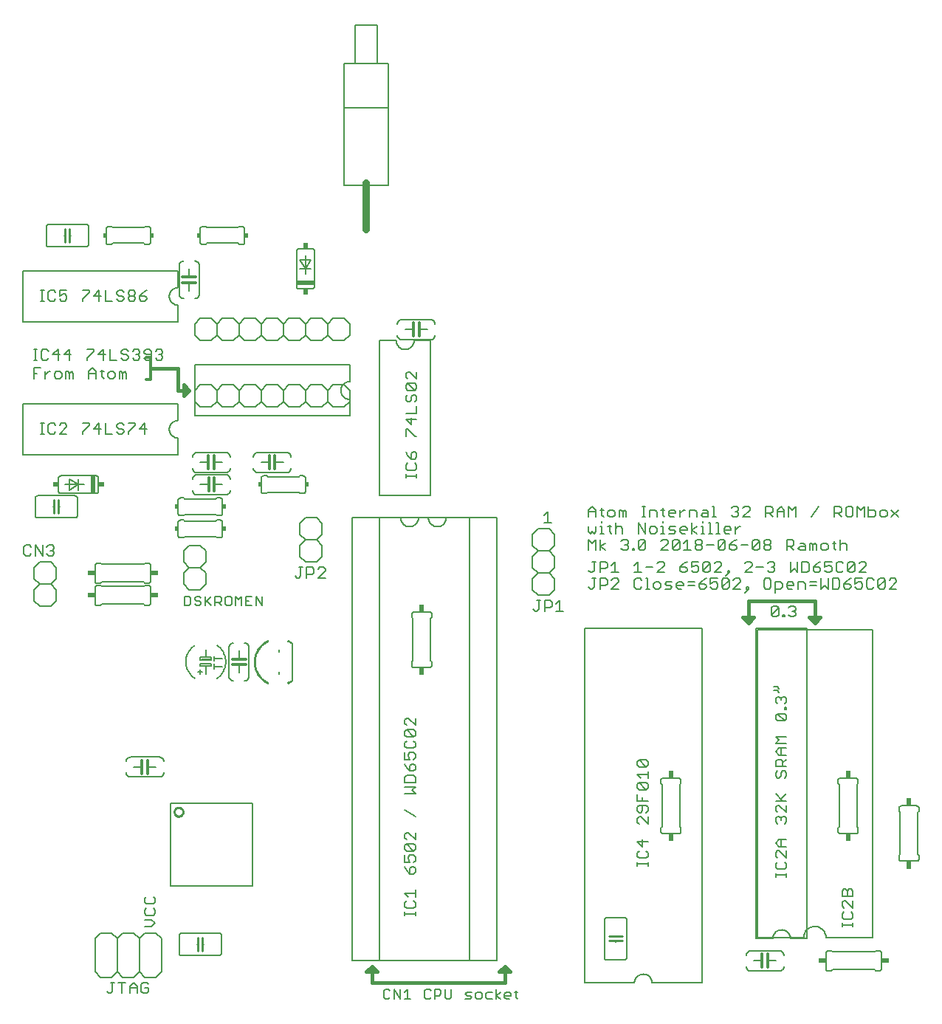
<source format=gto>
G75*
%MOIN*%
%OFA0B0*%
%FSLAX24Y24*%
%IPPOS*%
%LPD*%
%AMOC8*
5,1,8,0,0,1.08239X$1,22.5*
%
%ADD10C,0.0160*%
%ADD11C,0.0080*%
%ADD12C,0.0120*%
%ADD13C,0.0060*%
%ADD14R,0.0240X0.0340*%
%ADD15C,0.0100*%
%ADD16R,0.0340X0.0240*%
%ADD17R,0.0150X0.0200*%
%ADD18R,0.0200X0.0800*%
%ADD19R,0.0250X0.0200*%
%ADD20R,0.0800X0.0200*%
%ADD21R,0.0200X0.0250*%
%ADD22C,0.0320*%
%ADD23C,0.0050*%
%ADD24C,0.0006*%
D10*
X017624Y001410D02*
X023624Y001410D01*
X023624Y002160D01*
X023374Y001910D01*
X023874Y001910D01*
X023624Y002160D01*
X017874Y001910D02*
X017374Y001910D01*
X017624Y002160D01*
X017874Y001910D01*
X017624Y002160D02*
X017624Y001410D01*
X034374Y017910D02*
X034624Y017660D01*
X034874Y017910D01*
X034374Y017910D01*
X034624Y017660D02*
X034624Y018660D01*
X037624Y018660D01*
X037624Y017660D01*
X037374Y017910D01*
X037874Y017910D01*
X037624Y017660D01*
X009374Y028160D02*
X009124Y027910D01*
X009124Y028160D01*
X009124Y028410D01*
X009374Y028160D01*
X009124Y028160D01*
X008874Y028160D01*
X008874Y029160D01*
X007624Y029160D01*
D11*
X007577Y029540D02*
X007657Y029620D01*
X007657Y029940D01*
X007577Y030020D01*
X007416Y030020D01*
X007336Y029940D01*
X007336Y029860D01*
X007416Y029780D01*
X007657Y029780D01*
X007852Y029620D02*
X007932Y029540D01*
X008092Y029540D01*
X008172Y029620D01*
X008172Y029700D01*
X008092Y029780D01*
X008012Y029780D01*
X008092Y029780D02*
X008172Y029860D01*
X008172Y029940D01*
X008092Y030020D01*
X007932Y030020D01*
X007852Y029940D01*
X007577Y029540D02*
X007416Y029540D01*
X007336Y029620D01*
X007141Y029620D02*
X007061Y029540D01*
X006901Y029540D01*
X006821Y029620D01*
X006625Y029620D02*
X006545Y029540D01*
X006385Y029540D01*
X006305Y029620D01*
X006385Y029780D02*
X006545Y029780D01*
X006625Y029700D01*
X006625Y029620D01*
X006385Y029780D02*
X006305Y029860D01*
X006305Y029940D01*
X006385Y030020D01*
X006545Y030020D01*
X006625Y029940D01*
X006821Y029940D02*
X006901Y030020D01*
X007061Y030020D01*
X007141Y029940D01*
X007141Y029860D01*
X007061Y029780D01*
X007141Y029700D01*
X007141Y029620D01*
X007061Y029780D02*
X006981Y029780D01*
X006110Y029540D02*
X005789Y029540D01*
X005789Y030020D01*
X005514Y030020D02*
X005274Y029780D01*
X005594Y029780D01*
X005514Y029540D02*
X005514Y030020D01*
X005078Y030020D02*
X005078Y029940D01*
X004758Y029620D01*
X004758Y029540D01*
X005004Y029180D02*
X005164Y029020D01*
X005164Y028700D01*
X005164Y028940D02*
X004844Y028940D01*
X004844Y029020D02*
X005004Y029180D01*
X004844Y029020D02*
X004844Y028700D01*
X005440Y028780D02*
X005520Y028700D01*
X005440Y028780D02*
X005440Y029100D01*
X005360Y029020D02*
X005520Y029020D01*
X005703Y028940D02*
X005703Y028780D01*
X005784Y028700D01*
X005944Y028700D01*
X006024Y028780D01*
X006024Y028940D01*
X005944Y029020D01*
X005784Y029020D01*
X005703Y028940D01*
X006219Y029020D02*
X006299Y029020D01*
X006379Y028940D01*
X006459Y029020D01*
X006539Y028940D01*
X006539Y028700D01*
X006379Y028700D02*
X006379Y028940D01*
X006219Y029020D02*
X006219Y028700D01*
X005078Y030020D02*
X004758Y030020D01*
X004047Y029780D02*
X003727Y029780D01*
X003967Y030020D01*
X003967Y029540D01*
X003531Y029780D02*
X003211Y029780D01*
X003451Y030020D01*
X003451Y029540D01*
X003016Y029620D02*
X002936Y029540D01*
X002776Y029540D01*
X002696Y029620D01*
X002696Y029940D01*
X002776Y030020D01*
X002936Y030020D01*
X003016Y029940D01*
X002672Y029180D02*
X002352Y029180D01*
X002352Y028700D01*
X002352Y028940D02*
X002512Y028940D01*
X002867Y028860D02*
X003028Y029020D01*
X003108Y029020D01*
X003297Y028940D02*
X003297Y028780D01*
X003377Y028700D01*
X003537Y028700D01*
X003617Y028780D01*
X003617Y028940D01*
X003537Y029020D01*
X003377Y029020D01*
X003297Y028940D01*
X002867Y029020D02*
X002867Y028700D01*
X002512Y029540D02*
X002352Y029540D01*
X002432Y029540D02*
X002432Y030020D01*
X002352Y030020D02*
X002512Y030020D01*
X003813Y029020D02*
X003893Y029020D01*
X003973Y028940D01*
X004053Y029020D01*
X004133Y028940D01*
X004133Y028700D01*
X003973Y028700D02*
X003973Y028940D01*
X003813Y029020D02*
X003813Y028700D01*
X003764Y026680D02*
X003604Y026680D01*
X003524Y026600D01*
X003328Y026600D02*
X003248Y026680D01*
X003088Y026680D01*
X003008Y026600D01*
X003008Y026280D01*
X003088Y026200D01*
X003248Y026200D01*
X003328Y026280D01*
X003524Y026200D02*
X003844Y026520D01*
X003844Y026600D01*
X003764Y026680D01*
X003844Y026200D02*
X003524Y026200D01*
X002824Y026200D02*
X002664Y026200D01*
X002744Y026200D02*
X002744Y026680D01*
X002664Y026680D02*
X002824Y026680D01*
X004555Y026680D02*
X004875Y026680D01*
X004875Y026600D01*
X004555Y026280D01*
X004555Y026200D01*
X005071Y026440D02*
X005391Y026440D01*
X005311Y026200D02*
X005311Y026680D01*
X005071Y026440D01*
X005586Y026200D02*
X005907Y026200D01*
X006102Y026280D02*
X006182Y026200D01*
X006342Y026200D01*
X006422Y026280D01*
X006422Y026360D01*
X006342Y026440D01*
X006182Y026440D01*
X006102Y026520D01*
X006102Y026600D01*
X006182Y026680D01*
X006342Y026680D01*
X006422Y026600D01*
X006618Y026680D02*
X006938Y026680D01*
X006938Y026600D01*
X006618Y026280D01*
X006618Y026200D01*
X007133Y026440D02*
X007453Y026440D01*
X007373Y026200D02*
X007373Y026680D01*
X007133Y026440D01*
X005586Y026680D02*
X005586Y026200D01*
X003186Y021180D02*
X003266Y021100D01*
X003266Y021020D01*
X003186Y020940D01*
X003266Y020860D01*
X003266Y020780D01*
X003186Y020700D01*
X003026Y020700D01*
X002946Y020780D01*
X002750Y020700D02*
X002750Y021180D01*
X002946Y021100D02*
X003026Y021180D01*
X003186Y021180D01*
X003186Y020940D02*
X003106Y020940D01*
X002750Y020700D02*
X002430Y021180D01*
X002430Y020700D01*
X002235Y020780D02*
X002154Y020700D01*
X001994Y020700D01*
X001914Y020780D01*
X001914Y021100D01*
X001994Y021180D01*
X002154Y021180D01*
X002235Y021100D01*
X009164Y018870D02*
X009164Y018450D01*
X009374Y018450D01*
X009445Y018520D01*
X009445Y018800D01*
X009374Y018870D01*
X009164Y018870D01*
X009625Y018800D02*
X009625Y018730D01*
X009695Y018660D01*
X009835Y018660D01*
X009905Y018590D01*
X009905Y018520D01*
X009835Y018450D01*
X009695Y018450D01*
X009625Y018520D01*
X009625Y018800D02*
X009695Y018870D01*
X009835Y018870D01*
X009905Y018800D01*
X010085Y018870D02*
X010085Y018450D01*
X010085Y018590D02*
X010365Y018870D01*
X010545Y018870D02*
X010756Y018870D01*
X010826Y018800D01*
X010826Y018660D01*
X010756Y018590D01*
X010545Y018590D01*
X010545Y018450D02*
X010545Y018870D01*
X010686Y018590D02*
X010826Y018450D01*
X011006Y018520D02*
X011076Y018450D01*
X011216Y018450D01*
X011286Y018520D01*
X011286Y018800D01*
X011216Y018870D01*
X011076Y018870D01*
X011006Y018800D01*
X011006Y018520D01*
X011466Y018450D02*
X011466Y018870D01*
X011606Y018730D01*
X011746Y018870D01*
X011746Y018450D01*
X011927Y018450D02*
X012207Y018450D01*
X012387Y018450D02*
X012387Y018870D01*
X012667Y018450D01*
X012667Y018870D01*
X012207Y018870D02*
X011927Y018870D01*
X011927Y018450D01*
X011927Y018660D02*
X012067Y018660D01*
X010365Y018450D02*
X010155Y018660D01*
X014164Y019780D02*
X014244Y019700D01*
X014324Y019700D01*
X014404Y019780D01*
X014404Y020180D01*
X014324Y020180D02*
X014485Y020180D01*
X014680Y020180D02*
X014920Y020180D01*
X015000Y020100D01*
X015000Y019940D01*
X014920Y019860D01*
X014680Y019860D01*
X014680Y019700D02*
X014680Y020180D01*
X015196Y020100D02*
X015276Y020180D01*
X015436Y020180D01*
X015516Y020100D01*
X015516Y020020D01*
X015196Y019700D01*
X015516Y019700D01*
X019164Y024215D02*
X019164Y024376D01*
X019164Y024296D02*
X019644Y024296D01*
X019644Y024376D02*
X019644Y024215D01*
X019564Y024559D02*
X019644Y024639D01*
X019644Y024799D01*
X019564Y024880D01*
X019564Y025075D02*
X019644Y025155D01*
X019644Y025315D01*
X019564Y025395D01*
X019484Y025395D01*
X019404Y025315D01*
X019404Y025075D01*
X019564Y025075D01*
X019404Y025075D02*
X019244Y025235D01*
X019164Y025395D01*
X019244Y024880D02*
X019164Y024799D01*
X019164Y024639D01*
X019244Y024559D01*
X019564Y024559D01*
X019564Y026106D02*
X019644Y026106D01*
X019564Y026106D02*
X019244Y026426D01*
X019164Y026426D01*
X019164Y026106D01*
X019404Y026622D02*
X019164Y026862D01*
X019644Y026862D01*
X019404Y026942D02*
X019404Y026622D01*
X019164Y027137D02*
X019644Y027137D01*
X019644Y027458D01*
X019564Y027653D02*
X019644Y027733D01*
X019644Y027893D01*
X019564Y027973D01*
X019484Y027973D01*
X019404Y027893D01*
X019404Y027733D01*
X019324Y027653D01*
X019244Y027653D01*
X019164Y027733D01*
X019164Y027893D01*
X019244Y027973D01*
X019244Y028169D02*
X019164Y028249D01*
X019164Y028409D01*
X019244Y028489D01*
X019564Y028169D01*
X019644Y028249D01*
X019644Y028409D01*
X019564Y028489D01*
X019244Y028489D01*
X019244Y028684D02*
X019164Y028764D01*
X019164Y028925D01*
X019244Y029005D01*
X019324Y029005D01*
X019644Y028684D01*
X019644Y029005D01*
X019564Y028169D02*
X019244Y028169D01*
X025414Y022520D02*
X025574Y022680D01*
X025574Y022200D01*
X025414Y022200D02*
X025735Y022200D01*
X027414Y022020D02*
X027414Y021780D01*
X027494Y021700D01*
X027574Y021780D01*
X027654Y021700D01*
X027735Y021780D01*
X027735Y022020D01*
X027930Y022020D02*
X028010Y022020D01*
X028010Y021700D01*
X027930Y021700D02*
X028090Y021700D01*
X028354Y021780D02*
X028434Y021700D01*
X028354Y021780D02*
X028354Y022100D01*
X028274Y022020D02*
X028434Y022020D01*
X028617Y021940D02*
X028698Y022020D01*
X028858Y022020D01*
X028938Y021940D01*
X028938Y021700D01*
X028955Y021430D02*
X029115Y021430D01*
X029196Y021350D01*
X029196Y021270D01*
X029115Y021190D01*
X029196Y021110D01*
X029196Y021030D01*
X029115Y020950D01*
X028955Y020950D01*
X028875Y021030D01*
X029035Y021190D02*
X029115Y021190D01*
X028875Y021350D02*
X028955Y021430D01*
X028617Y021700D02*
X028617Y022180D01*
X028514Y022450D02*
X028354Y022450D01*
X028274Y022530D01*
X028274Y022690D01*
X028354Y022770D01*
X028514Y022770D01*
X028594Y022690D01*
X028594Y022530D01*
X028514Y022450D01*
X028789Y022450D02*
X028789Y022770D01*
X028869Y022770D01*
X028949Y022690D01*
X029030Y022770D01*
X029110Y022690D01*
X029110Y022450D01*
X028949Y022450D02*
X028949Y022690D01*
X029649Y022180D02*
X029969Y021700D01*
X029969Y022180D01*
X029981Y022450D02*
X029821Y022450D01*
X029901Y022450D02*
X029901Y022930D01*
X029821Y022930D02*
X029981Y022930D01*
X030164Y022770D02*
X030405Y022770D01*
X030485Y022690D01*
X030485Y022450D01*
X030760Y022530D02*
X030760Y022850D01*
X030680Y022770D02*
X030840Y022770D01*
X031024Y022690D02*
X031104Y022770D01*
X031264Y022770D01*
X031344Y022690D01*
X031344Y022610D01*
X031024Y022610D01*
X031024Y022530D02*
X031024Y022690D01*
X031024Y022530D02*
X031104Y022450D01*
X031264Y022450D01*
X031539Y022450D02*
X031539Y022770D01*
X031539Y022610D02*
X031700Y022770D01*
X031780Y022770D01*
X031969Y022770D02*
X032209Y022770D01*
X032289Y022690D01*
X032289Y022450D01*
X032485Y022530D02*
X032565Y022610D01*
X032805Y022610D01*
X032805Y022690D02*
X032805Y022450D01*
X032565Y022450D01*
X032485Y022530D01*
X032565Y022770D02*
X032725Y022770D01*
X032805Y022690D01*
X033000Y022450D02*
X033161Y022450D01*
X033080Y022450D02*
X033080Y022930D01*
X033000Y022930D01*
X032909Y022180D02*
X032909Y021700D01*
X032829Y021700D02*
X032989Y021700D01*
X033172Y021700D02*
X033332Y021700D01*
X033252Y021700D02*
X033252Y022180D01*
X033172Y022180D01*
X032909Y022180D02*
X032829Y022180D01*
X032565Y022180D02*
X032565Y022260D01*
X032565Y022020D02*
X032565Y021700D01*
X032485Y021700D02*
X032645Y021700D01*
X032467Y021430D02*
X032547Y021350D01*
X032547Y021270D01*
X032467Y021190D01*
X032307Y021190D01*
X032227Y021270D01*
X032227Y021350D01*
X032307Y021430D01*
X032467Y021430D01*
X032467Y021190D02*
X032547Y021110D01*
X032547Y021030D01*
X032467Y020950D01*
X032307Y020950D01*
X032227Y021030D01*
X032227Y021110D01*
X032307Y021190D01*
X032032Y020950D02*
X031711Y020950D01*
X031871Y020950D02*
X031871Y021430D01*
X031711Y021270D01*
X031516Y021350D02*
X031196Y021030D01*
X031276Y020950D01*
X031436Y020950D01*
X031516Y021030D01*
X031516Y021350D01*
X031436Y021430D01*
X031276Y021430D01*
X031196Y021350D01*
X031196Y021030D01*
X031000Y020950D02*
X030680Y020950D01*
X031000Y021270D01*
X031000Y021350D01*
X030920Y021430D01*
X030760Y021430D01*
X030680Y021350D01*
X030680Y021700D02*
X030840Y021700D01*
X030760Y021700D02*
X030760Y022020D01*
X030680Y022020D01*
X030760Y022180D02*
X030760Y022260D01*
X030840Y022450D02*
X030760Y022530D01*
X030164Y022450D02*
X030164Y022770D01*
X030244Y022020D02*
X030164Y021940D01*
X030164Y021780D01*
X030244Y021700D01*
X030405Y021700D01*
X030485Y021780D01*
X030485Y021940D01*
X030405Y022020D01*
X030244Y022020D01*
X029649Y022180D02*
X029649Y021700D01*
X029729Y021430D02*
X029649Y021350D01*
X029649Y021030D01*
X029969Y021350D01*
X029969Y021030D01*
X029889Y020950D01*
X029729Y020950D01*
X029649Y021030D01*
X029471Y021030D02*
X029471Y020950D01*
X029391Y020950D01*
X029391Y021030D01*
X029471Y021030D01*
X029729Y021430D02*
X029889Y021430D01*
X029969Y021350D01*
X029637Y020430D02*
X029637Y019950D01*
X029477Y019950D02*
X029797Y019950D01*
X029717Y019680D02*
X029557Y019680D01*
X029477Y019600D01*
X029477Y019280D01*
X029557Y019200D01*
X029717Y019200D01*
X029797Y019280D01*
X029992Y019200D02*
X030153Y019200D01*
X030073Y019200D02*
X030073Y019680D01*
X029992Y019680D01*
X029797Y019600D02*
X029717Y019680D01*
X030336Y019440D02*
X030336Y019280D01*
X030416Y019200D01*
X030576Y019200D01*
X030657Y019280D01*
X030657Y019440D01*
X030576Y019520D01*
X030416Y019520D01*
X030336Y019440D01*
X030852Y019440D02*
X030932Y019520D01*
X031172Y019520D01*
X031092Y019360D02*
X030932Y019360D01*
X030852Y019440D01*
X030852Y019200D02*
X031092Y019200D01*
X031172Y019280D01*
X031092Y019360D01*
X031368Y019360D02*
X031688Y019360D01*
X031688Y019440D01*
X031608Y019520D01*
X031448Y019520D01*
X031368Y019440D01*
X031368Y019280D01*
X031448Y019200D01*
X031608Y019200D01*
X031883Y019360D02*
X032203Y019360D01*
X032203Y019520D02*
X031883Y019520D01*
X031780Y019950D02*
X031860Y020030D01*
X031860Y020110D01*
X031780Y020190D01*
X031539Y020190D01*
X031539Y020030D01*
X031619Y019950D01*
X031780Y019950D01*
X032055Y020030D02*
X032135Y019950D01*
X032295Y019950D01*
X032375Y020030D01*
X032375Y020190D01*
X032295Y020270D01*
X032215Y020270D01*
X032055Y020190D01*
X032055Y020430D01*
X032375Y020430D01*
X032571Y020350D02*
X032651Y020430D01*
X032811Y020430D01*
X032891Y020350D01*
X032571Y020030D01*
X032651Y019950D01*
X032811Y019950D01*
X032891Y020030D01*
X032891Y020350D01*
X033086Y020350D02*
X033166Y020430D01*
X033327Y020430D01*
X033407Y020350D01*
X033407Y020270D01*
X033086Y019950D01*
X033407Y019950D01*
X033602Y019790D02*
X033762Y019950D01*
X033682Y019950D01*
X033682Y020030D01*
X033762Y020030D01*
X033762Y019950D01*
X033670Y019680D02*
X033510Y019680D01*
X033430Y019600D01*
X033430Y019280D01*
X033750Y019600D01*
X033750Y019280D01*
X033670Y019200D01*
X033510Y019200D01*
X033430Y019280D01*
X033235Y019280D02*
X033155Y019200D01*
X032995Y019200D01*
X032914Y019280D01*
X032914Y019440D02*
X033075Y019520D01*
X033155Y019520D01*
X033235Y019440D01*
X033235Y019280D01*
X032914Y019440D02*
X032914Y019680D01*
X033235Y019680D01*
X033670Y019680D02*
X033750Y019600D01*
X033946Y019600D02*
X034026Y019680D01*
X034186Y019680D01*
X034266Y019600D01*
X034266Y019520D01*
X033946Y019200D01*
X034266Y019200D01*
X034461Y019040D02*
X034622Y019200D01*
X034541Y019200D01*
X034541Y019280D01*
X034622Y019280D01*
X034622Y019200D01*
X035321Y019280D02*
X035401Y019200D01*
X035561Y019200D01*
X035641Y019280D01*
X035641Y019600D01*
X035561Y019680D01*
X035401Y019680D01*
X035321Y019600D01*
X035321Y019280D01*
X035836Y019200D02*
X036077Y019200D01*
X036157Y019280D01*
X036157Y019440D01*
X036077Y019520D01*
X035836Y019520D01*
X035836Y019040D01*
X036352Y019280D02*
X036352Y019440D01*
X036432Y019520D01*
X036592Y019520D01*
X036672Y019440D01*
X036672Y019360D01*
X036352Y019360D01*
X036352Y019280D02*
X036432Y019200D01*
X036592Y019200D01*
X036868Y019200D02*
X036868Y019520D01*
X037108Y019520D01*
X037188Y019440D01*
X037188Y019200D01*
X037383Y019360D02*
X037704Y019360D01*
X037704Y019520D02*
X037383Y019520D01*
X037280Y019950D02*
X037360Y020030D01*
X037360Y020350D01*
X037280Y020430D01*
X037040Y020430D01*
X037040Y019950D01*
X037280Y019950D01*
X037555Y020030D02*
X037555Y020190D01*
X037795Y020190D01*
X037875Y020110D01*
X037875Y020030D01*
X037795Y019950D01*
X037635Y019950D01*
X037555Y020030D01*
X037555Y020190D02*
X037715Y020350D01*
X037875Y020430D01*
X038071Y020430D02*
X038071Y020190D01*
X038231Y020270D01*
X038311Y020270D01*
X038391Y020190D01*
X038391Y020030D01*
X038311Y019950D01*
X038151Y019950D01*
X038071Y020030D01*
X038219Y019680D02*
X038219Y019200D01*
X038059Y019360D01*
X037899Y019200D01*
X037899Y019680D01*
X038415Y019680D02*
X038415Y019200D01*
X038655Y019200D01*
X038735Y019280D01*
X038735Y019600D01*
X038655Y019680D01*
X038415Y019680D01*
X038667Y019950D02*
X038827Y019950D01*
X038907Y020030D01*
X039102Y020030D02*
X039422Y020350D01*
X039422Y020030D01*
X039342Y019950D01*
X039182Y019950D01*
X039102Y020030D01*
X039102Y020350D01*
X039182Y020430D01*
X039342Y020430D01*
X039422Y020350D01*
X039618Y020350D02*
X039698Y020430D01*
X039858Y020430D01*
X039938Y020350D01*
X039938Y020270D01*
X039618Y019950D01*
X039938Y019950D01*
X040042Y019680D02*
X039962Y019600D01*
X039962Y019280D01*
X040042Y019200D01*
X040202Y019200D01*
X040282Y019280D01*
X040477Y019280D02*
X040557Y019200D01*
X040717Y019200D01*
X040797Y019280D01*
X040797Y019600D01*
X040477Y019280D01*
X040477Y019600D01*
X040557Y019680D01*
X040717Y019680D01*
X040797Y019600D01*
X040993Y019600D02*
X041073Y019680D01*
X041233Y019680D01*
X041313Y019600D01*
X041313Y019520D01*
X040993Y019200D01*
X041313Y019200D01*
X040282Y019600D02*
X040202Y019680D01*
X040042Y019680D01*
X039766Y019680D02*
X039446Y019680D01*
X039446Y019440D01*
X039606Y019520D01*
X039686Y019520D01*
X039766Y019440D01*
X039766Y019280D01*
X039686Y019200D01*
X039526Y019200D01*
X039446Y019280D01*
X039251Y019280D02*
X039251Y019360D01*
X039170Y019440D01*
X038930Y019440D01*
X038930Y019280D01*
X039010Y019200D01*
X039170Y019200D01*
X039251Y019280D01*
X039090Y019600D02*
X039251Y019680D01*
X039090Y019600D02*
X038930Y019440D01*
X038667Y019950D02*
X038586Y020030D01*
X038586Y020350D01*
X038667Y020430D01*
X038827Y020430D01*
X038907Y020350D01*
X038391Y020430D02*
X038071Y020430D01*
X038139Y020950D02*
X038219Y021030D01*
X038219Y021190D01*
X038139Y021270D01*
X037979Y021270D01*
X037899Y021190D01*
X037899Y021030D01*
X037979Y020950D01*
X038139Y020950D01*
X038495Y021030D02*
X038495Y021350D01*
X038415Y021270D02*
X038575Y021270D01*
X038758Y021190D02*
X038838Y021270D01*
X038999Y021270D01*
X039079Y021190D01*
X039079Y020950D01*
X038758Y020950D02*
X038758Y021430D01*
X038495Y021030D02*
X038575Y020950D01*
X037704Y020950D02*
X037704Y021190D01*
X037624Y021270D01*
X037543Y021190D01*
X037543Y020950D01*
X037383Y020950D02*
X037383Y021270D01*
X037463Y021270D01*
X037543Y021190D01*
X037188Y021190D02*
X037188Y020950D01*
X036948Y020950D01*
X036868Y021030D01*
X036948Y021110D01*
X037188Y021110D01*
X037188Y021190D02*
X037108Y021270D01*
X036948Y021270D01*
X036672Y021190D02*
X036592Y021110D01*
X036352Y021110D01*
X036352Y020950D02*
X036352Y021430D01*
X036592Y021430D01*
X036672Y021350D01*
X036672Y021190D01*
X036512Y021110D02*
X036672Y020950D01*
X036524Y020430D02*
X036524Y019950D01*
X036684Y020110D01*
X036844Y019950D01*
X036844Y020430D01*
X035813Y020350D02*
X035813Y020270D01*
X035733Y020190D01*
X035813Y020110D01*
X035813Y020030D01*
X035733Y019950D01*
X035573Y019950D01*
X035493Y020030D01*
X035653Y020190D02*
X035733Y020190D01*
X035813Y020350D02*
X035733Y020430D01*
X035573Y020430D01*
X035493Y020350D01*
X035297Y020190D02*
X034977Y020190D01*
X034782Y020270D02*
X034461Y019950D01*
X034782Y019950D01*
X034782Y020270D02*
X034782Y020350D01*
X034702Y020430D01*
X034541Y020430D01*
X034461Y020350D01*
X034885Y020950D02*
X034805Y021030D01*
X035125Y021350D01*
X035125Y021030D01*
X035045Y020950D01*
X034885Y020950D01*
X034805Y021030D02*
X034805Y021350D01*
X034885Y021430D01*
X035045Y021430D01*
X035125Y021350D01*
X035321Y021350D02*
X035321Y021270D01*
X035401Y021190D01*
X035561Y021190D01*
X035641Y021110D01*
X035641Y021030D01*
X035561Y020950D01*
X035401Y020950D01*
X035321Y021030D01*
X035321Y021110D01*
X035401Y021190D01*
X035561Y021190D02*
X035641Y021270D01*
X035641Y021350D01*
X035561Y021430D01*
X035401Y021430D01*
X035321Y021350D01*
X034610Y021190D02*
X034289Y021190D01*
X034094Y021110D02*
X034014Y021190D01*
X033774Y021190D01*
X033774Y021030D01*
X033854Y020950D01*
X034014Y020950D01*
X034094Y021030D01*
X034094Y021110D01*
X033934Y021350D02*
X034094Y021430D01*
X033934Y021350D02*
X033774Y021190D01*
X033578Y021350D02*
X033578Y021030D01*
X033498Y020950D01*
X033338Y020950D01*
X033258Y021030D01*
X033578Y021350D01*
X033498Y021430D01*
X033338Y021430D01*
X033258Y021350D01*
X033258Y021030D01*
X033063Y021190D02*
X032743Y021190D01*
X032295Y021700D02*
X032055Y021860D01*
X032295Y022020D01*
X032485Y022020D02*
X032565Y022020D01*
X032055Y022180D02*
X032055Y021700D01*
X031860Y021860D02*
X031539Y021860D01*
X031539Y021780D02*
X031539Y021940D01*
X031619Y022020D01*
X031780Y022020D01*
X031860Y021940D01*
X031860Y021860D01*
X031780Y021700D02*
X031619Y021700D01*
X031539Y021780D01*
X031344Y021780D02*
X031264Y021860D01*
X031104Y021860D01*
X031024Y021940D01*
X031104Y022020D01*
X031344Y022020D01*
X031344Y021780D02*
X031264Y021700D01*
X031024Y021700D01*
X031969Y022450D02*
X031969Y022770D01*
X033516Y021940D02*
X033596Y022020D01*
X033756Y022020D01*
X033836Y021940D01*
X033836Y021860D01*
X033516Y021860D01*
X033516Y021780D02*
X033516Y021940D01*
X033516Y021780D02*
X033596Y021700D01*
X033756Y021700D01*
X034032Y021700D02*
X034032Y022020D01*
X034192Y022020D02*
X034272Y022020D01*
X034192Y022020D02*
X034032Y021860D01*
X034100Y022450D02*
X033940Y022450D01*
X033860Y022530D01*
X034020Y022690D02*
X034100Y022690D01*
X034180Y022610D01*
X034180Y022530D01*
X034100Y022450D01*
X034100Y022690D02*
X034180Y022770D01*
X034180Y022850D01*
X034100Y022930D01*
X033940Y022930D01*
X033860Y022850D01*
X034375Y022850D02*
X034455Y022930D01*
X034616Y022930D01*
X034696Y022850D01*
X034696Y022770D01*
X034375Y022450D01*
X034696Y022450D01*
X035407Y022450D02*
X035407Y022930D01*
X035647Y022930D01*
X035727Y022850D01*
X035727Y022690D01*
X035647Y022610D01*
X035407Y022610D01*
X035567Y022610D02*
X035727Y022450D01*
X035922Y022450D02*
X035922Y022770D01*
X036082Y022930D01*
X036243Y022770D01*
X036243Y022450D01*
X036438Y022450D02*
X036438Y022930D01*
X036598Y022770D01*
X036758Y022930D01*
X036758Y022450D01*
X036243Y022690D02*
X035922Y022690D01*
X037469Y022450D02*
X037790Y022930D01*
X038501Y022930D02*
X038501Y022450D01*
X038501Y022610D02*
X038741Y022610D01*
X038821Y022690D01*
X038821Y022850D01*
X038741Y022930D01*
X038501Y022930D01*
X038661Y022610D02*
X038821Y022450D01*
X039016Y022530D02*
X039096Y022450D01*
X039256Y022450D01*
X039336Y022530D01*
X039336Y022850D01*
X039256Y022930D01*
X039096Y022930D01*
X039016Y022850D01*
X039016Y022530D01*
X039532Y022450D02*
X039532Y022930D01*
X039692Y022770D01*
X039852Y022930D01*
X039852Y022450D01*
X040047Y022450D02*
X040047Y022930D01*
X040047Y022770D02*
X040288Y022770D01*
X040368Y022690D01*
X040368Y022530D01*
X040288Y022450D01*
X040047Y022450D01*
X040563Y022530D02*
X040643Y022450D01*
X040803Y022450D01*
X040883Y022530D01*
X040883Y022690D01*
X040803Y022770D01*
X040643Y022770D01*
X040563Y022690D01*
X040563Y022530D01*
X041079Y022450D02*
X041399Y022770D01*
X041079Y022770D02*
X041399Y022450D01*
X036758Y018350D02*
X036758Y018270D01*
X036678Y018190D01*
X036758Y018110D01*
X036758Y018030D01*
X036678Y017950D01*
X036518Y017950D01*
X036438Y018030D01*
X036260Y018030D02*
X036260Y017950D01*
X036180Y017950D01*
X036180Y018030D01*
X036260Y018030D01*
X035985Y018030D02*
X035904Y017950D01*
X035744Y017950D01*
X035664Y018030D01*
X035985Y018350D01*
X035985Y018030D01*
X035985Y018350D02*
X035904Y018430D01*
X035744Y018430D01*
X035664Y018350D01*
X035664Y018030D01*
X036438Y018350D02*
X036518Y018430D01*
X036678Y018430D01*
X036758Y018350D01*
X036678Y018190D02*
X036598Y018190D01*
X035934Y014776D02*
X036014Y014696D01*
X035934Y014616D02*
X036014Y014536D01*
X035934Y014616D02*
X035774Y014616D01*
X035774Y014776D02*
X035934Y014776D01*
X035934Y014341D02*
X036014Y014341D01*
X036094Y014261D01*
X036174Y014341D01*
X036254Y014341D01*
X036334Y014261D01*
X036334Y014101D01*
X036254Y014021D01*
X036254Y013843D02*
X036334Y013843D01*
X036334Y013763D01*
X036254Y013763D01*
X036254Y013843D01*
X036254Y013567D02*
X036334Y013487D01*
X036334Y013327D01*
X036254Y013247D01*
X035934Y013567D01*
X036254Y013567D01*
X036254Y013247D02*
X035934Y013247D01*
X035854Y013327D01*
X035854Y013487D01*
X035934Y013567D01*
X035934Y014021D02*
X035854Y014101D01*
X035854Y014261D01*
X035934Y014341D01*
X036094Y014261D02*
X036094Y014181D01*
X035854Y012536D02*
X036334Y012536D01*
X036334Y012216D02*
X035854Y012216D01*
X036014Y012376D01*
X035854Y012536D01*
X036014Y012020D02*
X036334Y012020D01*
X036094Y012020D02*
X036094Y011700D01*
X036014Y011700D02*
X035854Y011860D01*
X036014Y012020D01*
X036014Y011700D02*
X036334Y011700D01*
X036334Y011505D02*
X036174Y011345D01*
X036174Y011425D02*
X036174Y011185D01*
X036334Y011185D02*
X035854Y011185D01*
X035854Y011425D01*
X035934Y011505D01*
X036094Y011505D01*
X036174Y011425D01*
X036174Y010989D02*
X036094Y010909D01*
X036094Y010749D01*
X036014Y010669D01*
X035934Y010669D01*
X035854Y010749D01*
X035854Y010909D01*
X035934Y010989D01*
X036174Y010989D02*
X036254Y010989D01*
X036334Y010909D01*
X036334Y010749D01*
X036254Y010669D01*
X036334Y009958D02*
X036094Y009718D01*
X036174Y009638D02*
X035854Y009958D01*
X035854Y009638D02*
X036334Y009638D01*
X036334Y009442D02*
X036334Y009122D01*
X036014Y009442D01*
X035934Y009442D01*
X035854Y009362D01*
X035854Y009202D01*
X035934Y009122D01*
X035934Y008927D02*
X036014Y008927D01*
X036094Y008847D01*
X036174Y008927D01*
X036254Y008927D01*
X036334Y008847D01*
X036334Y008686D01*
X036254Y008606D01*
X036094Y008766D02*
X036094Y008847D01*
X035934Y008927D02*
X035854Y008847D01*
X035854Y008686D01*
X035934Y008606D01*
X036014Y007895D02*
X036334Y007895D01*
X036094Y007895D02*
X036094Y007575D01*
X036014Y007575D02*
X035854Y007735D01*
X036014Y007895D01*
X036014Y007575D02*
X036334Y007575D01*
X036334Y007380D02*
X036334Y007059D01*
X036014Y007380D01*
X035934Y007380D01*
X035854Y007300D01*
X035854Y007139D01*
X035934Y007059D01*
X035934Y006864D02*
X035854Y006784D01*
X035854Y006624D01*
X035934Y006544D01*
X036254Y006544D01*
X036334Y006624D01*
X036334Y006784D01*
X036254Y006864D01*
X036334Y006360D02*
X036334Y006200D01*
X036334Y006280D02*
X035854Y006280D01*
X035854Y006200D02*
X035854Y006360D01*
X038854Y005565D02*
X038854Y005325D01*
X039334Y005325D01*
X039334Y005565D01*
X039254Y005645D01*
X039174Y005645D01*
X039094Y005565D01*
X039094Y005325D01*
X039014Y005130D02*
X038934Y005130D01*
X038854Y005050D01*
X038854Y004889D01*
X038934Y004809D01*
X038934Y004614D02*
X038854Y004534D01*
X038854Y004374D01*
X038934Y004294D01*
X039254Y004294D01*
X039334Y004374D01*
X039334Y004534D01*
X039254Y004614D01*
X039334Y004809D02*
X039014Y005130D01*
X039334Y005130D02*
X039334Y004809D01*
X039334Y004110D02*
X039334Y003950D01*
X039334Y004030D02*
X038854Y004030D01*
X038854Y003950D02*
X038854Y004110D01*
X038854Y005565D02*
X038934Y005645D01*
X039014Y005645D01*
X039094Y005565D01*
X030084Y006700D02*
X030084Y006860D01*
X030084Y006780D02*
X029604Y006780D01*
X029604Y006700D02*
X029604Y006860D01*
X029684Y007044D02*
X030004Y007044D01*
X030084Y007124D01*
X030084Y007284D01*
X030004Y007364D01*
X029844Y007559D02*
X029844Y007880D01*
X030084Y007800D02*
X029604Y007800D01*
X029844Y007559D01*
X029684Y007364D02*
X029604Y007284D01*
X029604Y007124D01*
X029684Y007044D01*
X029684Y008591D02*
X029604Y008671D01*
X029604Y008831D01*
X029684Y008911D01*
X029764Y008911D01*
X030084Y008591D01*
X030084Y008911D01*
X030004Y009106D02*
X030084Y009186D01*
X030084Y009347D01*
X030004Y009427D01*
X029684Y009427D01*
X029604Y009347D01*
X029604Y009186D01*
X029684Y009106D01*
X029764Y009106D01*
X029844Y009186D01*
X029844Y009427D01*
X029844Y009622D02*
X029844Y009782D01*
X030084Y009622D02*
X029604Y009622D01*
X029604Y009942D01*
X029684Y010138D02*
X029604Y010218D01*
X029604Y010378D01*
X029684Y010458D01*
X030004Y010138D01*
X030084Y010218D01*
X030084Y010378D01*
X030004Y010458D01*
X029684Y010458D01*
X029764Y010653D02*
X029604Y010813D01*
X030084Y010813D01*
X030084Y010653D02*
X030084Y010974D01*
X030004Y011169D02*
X029684Y011489D01*
X030004Y011489D01*
X030084Y011409D01*
X030084Y011249D01*
X030004Y011169D01*
X029684Y011169D01*
X029604Y011249D01*
X029604Y011409D01*
X029684Y011489D01*
X029684Y010138D02*
X030004Y010138D01*
X026266Y018200D02*
X025946Y018200D01*
X026106Y018200D02*
X026106Y018680D01*
X025946Y018520D01*
X025750Y018440D02*
X025670Y018360D01*
X025430Y018360D01*
X025430Y018200D02*
X025430Y018680D01*
X025670Y018680D01*
X025750Y018600D01*
X025750Y018440D01*
X025235Y018680D02*
X025074Y018680D01*
X025154Y018680D02*
X025154Y018280D01*
X025074Y018200D01*
X024994Y018200D01*
X024914Y018280D01*
X027414Y019280D02*
X027494Y019200D01*
X027574Y019200D01*
X027654Y019280D01*
X027654Y019680D01*
X027574Y019680D02*
X027735Y019680D01*
X027930Y019680D02*
X028170Y019680D01*
X028250Y019600D01*
X028250Y019440D01*
X028170Y019360D01*
X027930Y019360D01*
X027930Y019200D02*
X027930Y019680D01*
X027930Y019950D02*
X027930Y020430D01*
X028170Y020430D01*
X028250Y020350D01*
X028250Y020190D01*
X028170Y020110D01*
X027930Y020110D01*
X027654Y020030D02*
X027654Y020430D01*
X027574Y020430D02*
X027735Y020430D01*
X027654Y020030D02*
X027574Y019950D01*
X027494Y019950D01*
X027414Y020030D01*
X027414Y020950D02*
X027414Y021430D01*
X027574Y021270D01*
X027735Y021430D01*
X027735Y020950D01*
X027930Y020950D02*
X027930Y021430D01*
X028170Y021270D02*
X027930Y021110D01*
X028170Y020950D01*
X028606Y020430D02*
X028606Y019950D01*
X028446Y019950D02*
X028766Y019950D01*
X028686Y019680D02*
X028526Y019680D01*
X028446Y019600D01*
X028686Y019680D02*
X028766Y019600D01*
X028766Y019520D01*
X028446Y019200D01*
X028766Y019200D01*
X028446Y020270D02*
X028606Y020430D01*
X029477Y020270D02*
X029637Y020430D01*
X029992Y020190D02*
X030313Y020190D01*
X030508Y020350D02*
X030588Y020430D01*
X030748Y020430D01*
X030828Y020350D01*
X030828Y020270D01*
X030508Y019950D01*
X030828Y019950D01*
X031539Y020190D02*
X031700Y020350D01*
X031860Y020430D01*
X032571Y020350D02*
X032571Y020030D01*
X032719Y019680D02*
X032559Y019600D01*
X032399Y019440D01*
X032639Y019440D01*
X032719Y019360D01*
X032719Y019280D01*
X032639Y019200D01*
X032479Y019200D01*
X032399Y019280D01*
X032399Y019440D01*
X028010Y022180D02*
X028010Y022260D01*
X028090Y022450D02*
X028010Y022530D01*
X028010Y022850D01*
X027930Y022770D02*
X028090Y022770D01*
X027735Y022770D02*
X027574Y022930D01*
X027414Y022770D01*
X027414Y022450D01*
X027414Y022690D02*
X027735Y022690D01*
X027735Y022770D02*
X027735Y022450D01*
X019584Y013364D02*
X019584Y013044D01*
X019264Y013364D01*
X019184Y013364D01*
X019104Y013284D01*
X019104Y013124D01*
X019184Y013044D01*
X019184Y012849D02*
X019504Y012528D01*
X019584Y012608D01*
X019584Y012769D01*
X019504Y012849D01*
X019184Y012849D01*
X019104Y012769D01*
X019104Y012608D01*
X019184Y012528D01*
X019504Y012528D01*
X019504Y012333D02*
X019584Y012253D01*
X019584Y012093D01*
X019504Y012013D01*
X019184Y012013D01*
X019104Y012093D01*
X019104Y012253D01*
X019184Y012333D01*
X019104Y011817D02*
X019104Y011497D01*
X019344Y011497D01*
X019264Y011657D01*
X019264Y011737D01*
X019344Y011817D01*
X019504Y011817D01*
X019584Y011737D01*
X019584Y011577D01*
X019504Y011497D01*
X019504Y011302D02*
X019424Y011302D01*
X019344Y011222D01*
X019344Y010981D01*
X019504Y010981D01*
X019584Y011062D01*
X019584Y011222D01*
X019504Y011302D01*
X019184Y011142D02*
X019344Y010981D01*
X019184Y011142D02*
X019104Y011302D01*
X019184Y010786D02*
X019104Y010706D01*
X019104Y010466D01*
X019584Y010466D01*
X019584Y010706D01*
X019504Y010786D01*
X019184Y010786D01*
X019104Y010270D02*
X019584Y010270D01*
X019424Y010110D01*
X019584Y009950D01*
X019104Y009950D01*
X019104Y009239D02*
X019584Y008919D01*
X019584Y008208D02*
X019584Y007888D01*
X019264Y008208D01*
X019184Y008208D01*
X019104Y008128D01*
X019104Y007968D01*
X019184Y007888D01*
X019184Y007692D02*
X019504Y007372D01*
X019584Y007452D01*
X019584Y007612D01*
X019504Y007692D01*
X019184Y007692D01*
X019104Y007612D01*
X019104Y007452D01*
X019184Y007372D01*
X019504Y007372D01*
X019504Y007177D02*
X019584Y007097D01*
X019584Y006936D01*
X019504Y006856D01*
X019344Y006856D02*
X019264Y007016D01*
X019264Y007097D01*
X019344Y007177D01*
X019504Y007177D01*
X019344Y006856D02*
X019104Y006856D01*
X019104Y007177D01*
X019104Y006661D02*
X019184Y006501D01*
X019344Y006341D01*
X019344Y006581D01*
X019424Y006661D01*
X019504Y006661D01*
X019584Y006581D01*
X019584Y006421D01*
X019504Y006341D01*
X019344Y006341D01*
X019584Y005630D02*
X019584Y005309D01*
X019584Y005470D02*
X019104Y005470D01*
X019264Y005309D01*
X019184Y005114D02*
X019104Y005034D01*
X019104Y004874D01*
X019184Y004794D01*
X019504Y004794D01*
X019584Y004874D01*
X019584Y005034D01*
X019504Y005114D01*
X019584Y004610D02*
X019584Y004450D01*
X019584Y004530D02*
X019104Y004530D01*
X019104Y004450D02*
X019104Y004610D01*
X019225Y001120D02*
X019225Y000700D01*
X019085Y000700D02*
X019365Y000700D01*
X019085Y000980D02*
X019225Y001120D01*
X018905Y001120D02*
X018905Y000700D01*
X018625Y001120D01*
X018625Y000700D01*
X018445Y000770D02*
X018374Y000700D01*
X018234Y000700D01*
X018164Y000770D01*
X018164Y001050D01*
X018234Y001120D01*
X018374Y001120D01*
X018445Y001050D01*
X020006Y001050D02*
X020006Y000770D01*
X020076Y000700D01*
X020216Y000700D01*
X020286Y000770D01*
X020466Y000700D02*
X020466Y001120D01*
X020676Y001120D01*
X020746Y001050D01*
X020746Y000910D01*
X020676Y000840D01*
X020466Y000840D01*
X020286Y001050D02*
X020216Y001120D01*
X020076Y001120D01*
X020006Y001050D01*
X020927Y001120D02*
X020927Y000770D01*
X020997Y000700D01*
X021137Y000700D01*
X021207Y000770D01*
X021207Y001120D01*
X021847Y000910D02*
X021917Y000840D01*
X022058Y000840D01*
X022128Y000770D01*
X022058Y000700D01*
X021847Y000700D01*
X021847Y000910D02*
X021917Y000980D01*
X022128Y000980D01*
X022308Y000910D02*
X022308Y000770D01*
X022378Y000700D01*
X022518Y000700D01*
X022588Y000770D01*
X022588Y000910D01*
X022518Y000980D01*
X022378Y000980D01*
X022308Y000910D01*
X022768Y000910D02*
X022768Y000770D01*
X022838Y000700D01*
X023048Y000700D01*
X023229Y000700D02*
X023229Y001120D01*
X023048Y000980D02*
X022838Y000980D01*
X022768Y000910D01*
X023229Y000840D02*
X023439Y000980D01*
X023612Y000910D02*
X023682Y000980D01*
X023822Y000980D01*
X023893Y000910D01*
X023893Y000840D01*
X023612Y000840D01*
X023612Y000770D02*
X023612Y000910D01*
X023612Y000770D02*
X023682Y000700D01*
X023822Y000700D01*
X024143Y000770D02*
X024143Y001050D01*
X024073Y000980D02*
X024213Y000980D01*
X024143Y000770D02*
X024213Y000700D01*
X023439Y000700D02*
X023229Y000840D01*
X012229Y005806D02*
X008520Y005806D01*
X008520Y009518D01*
X012229Y009518D01*
X012229Y005806D01*
X007834Y005221D02*
X007754Y005302D01*
X007834Y005221D02*
X007834Y005061D01*
X007754Y004981D01*
X007434Y004981D01*
X007354Y005061D01*
X007354Y005221D01*
X007434Y005302D01*
X007434Y004786D02*
X007354Y004706D01*
X007354Y004546D01*
X007434Y004466D01*
X007754Y004466D01*
X007834Y004546D01*
X007834Y004706D01*
X007754Y004786D01*
X007674Y004270D02*
X007354Y004270D01*
X007354Y003950D02*
X007674Y003950D01*
X007834Y004110D01*
X007674Y004270D01*
X007451Y001430D02*
X007291Y001430D01*
X007211Y001350D01*
X007211Y001030D01*
X007291Y000950D01*
X007451Y000950D01*
X007531Y001030D01*
X007531Y001190D01*
X007371Y001190D01*
X007531Y001350D02*
X007451Y001430D01*
X007016Y001270D02*
X007016Y000950D01*
X007016Y001190D02*
X006696Y001190D01*
X006696Y001270D02*
X006856Y001430D01*
X007016Y001270D01*
X006696Y001270D02*
X006696Y000950D01*
X006340Y000950D02*
X006340Y001430D01*
X006180Y001430D02*
X006500Y001430D01*
X005985Y001430D02*
X005824Y001430D01*
X005904Y001430D02*
X005904Y001030D01*
X005824Y000950D01*
X005744Y000950D01*
X005664Y001030D01*
X005586Y032200D02*
X005907Y032200D01*
X006102Y032280D02*
X006182Y032200D01*
X006342Y032200D01*
X006422Y032280D01*
X006422Y032360D01*
X006342Y032440D01*
X006182Y032440D01*
X006102Y032520D01*
X006102Y032600D01*
X006182Y032680D01*
X006342Y032680D01*
X006422Y032600D01*
X006618Y032600D02*
X006618Y032520D01*
X006698Y032440D01*
X006858Y032440D01*
X006938Y032360D01*
X006938Y032280D01*
X006858Y032200D01*
X006698Y032200D01*
X006618Y032280D01*
X006618Y032360D01*
X006698Y032440D01*
X006858Y032440D02*
X006938Y032520D01*
X006938Y032600D01*
X006858Y032680D01*
X006698Y032680D01*
X006618Y032600D01*
X007133Y032440D02*
X007373Y032440D01*
X007453Y032360D01*
X007453Y032280D01*
X007373Y032200D01*
X007213Y032200D01*
X007133Y032280D01*
X007133Y032440D01*
X007293Y032600D01*
X007453Y032680D01*
X005586Y032680D02*
X005586Y032200D01*
X005311Y032200D02*
X005311Y032680D01*
X005071Y032440D01*
X005391Y032440D01*
X004875Y032600D02*
X004555Y032280D01*
X004555Y032200D01*
X004555Y032680D02*
X004875Y032680D01*
X004875Y032600D01*
X003844Y032680D02*
X003524Y032680D01*
X003524Y032440D01*
X003684Y032520D01*
X003764Y032520D01*
X003844Y032440D01*
X003844Y032280D01*
X003764Y032200D01*
X003604Y032200D01*
X003524Y032280D01*
X003328Y032280D02*
X003248Y032200D01*
X003088Y032200D01*
X003008Y032280D01*
X003008Y032600D01*
X003088Y032680D01*
X003248Y032680D01*
X003328Y032600D01*
X002824Y032680D02*
X002664Y032680D01*
X002744Y032680D02*
X002744Y032200D01*
X002664Y032200D02*
X002824Y032200D01*
D12*
X007437Y029660D02*
X007624Y029660D01*
X007624Y029160D01*
X007624Y028660D01*
X007437Y028660D01*
X010244Y025210D02*
X010244Y024910D01*
X010244Y024610D01*
X010494Y024610D02*
X010494Y024910D01*
X010494Y025210D01*
X010504Y024210D02*
X010504Y023910D01*
X010504Y023610D01*
X010254Y023610D02*
X010254Y023910D01*
X010254Y024210D01*
X012994Y024610D02*
X012994Y024910D01*
X012994Y025210D01*
X013244Y025210D02*
X013244Y024910D01*
X013244Y024610D01*
X019504Y030610D02*
X019504Y030910D01*
X019504Y031210D01*
X019754Y031210D02*
X019754Y030910D01*
X019754Y030610D01*
X009674Y033030D02*
X009374Y033030D01*
X009074Y033030D01*
X009074Y033280D02*
X009374Y033280D01*
X009674Y033280D01*
X011324Y016040D02*
X011624Y016040D01*
X011924Y016040D01*
X011924Y015790D02*
X011624Y015790D01*
X011324Y015790D01*
X007494Y011460D02*
X007494Y011160D01*
X007494Y010860D01*
X007244Y010860D02*
X007244Y011160D01*
X007244Y011460D01*
X035244Y002710D02*
X035244Y002410D01*
X035244Y002110D01*
X035494Y002110D02*
X035494Y002410D01*
X035494Y002710D01*
D13*
X005124Y003410D02*
X005124Y001910D01*
X005374Y001660D01*
X005874Y001660D01*
X006124Y001910D01*
X006124Y003410D01*
X005874Y003660D01*
X005374Y003660D01*
X005124Y003410D01*
X006124Y003410D02*
X006374Y003660D01*
X006874Y003660D01*
X007124Y003410D01*
X007124Y001910D01*
X006874Y001660D01*
X006374Y001660D01*
X006124Y001910D01*
X007124Y001910D02*
X007374Y001660D01*
X007874Y001660D01*
X008124Y001910D01*
X008124Y003410D01*
X007874Y003660D01*
X007374Y003660D01*
X007124Y003410D01*
X008924Y003560D02*
X008924Y002760D01*
X008926Y002743D01*
X008930Y002726D01*
X008937Y002710D01*
X008947Y002696D01*
X008960Y002683D01*
X008974Y002673D01*
X008990Y002666D01*
X009007Y002662D01*
X009024Y002660D01*
X010724Y002660D01*
X010741Y002662D01*
X010758Y002666D01*
X010774Y002673D01*
X010788Y002683D01*
X010801Y002696D01*
X010811Y002710D01*
X010818Y002726D01*
X010822Y002743D01*
X010824Y002760D01*
X010824Y003560D01*
X010822Y003577D01*
X010818Y003594D01*
X010811Y003610D01*
X010801Y003624D01*
X010788Y003637D01*
X010774Y003647D01*
X010758Y003654D01*
X010741Y003658D01*
X010724Y003660D01*
X009024Y003660D01*
X009007Y003658D01*
X008990Y003654D01*
X008974Y003647D01*
X008960Y003637D01*
X008947Y003624D01*
X008937Y003610D01*
X008930Y003594D01*
X008926Y003577D01*
X008924Y003560D01*
X009724Y003160D02*
X009774Y003160D01*
X009974Y003160D02*
X010024Y003160D01*
X016724Y002410D02*
X022024Y002410D01*
X022024Y022410D01*
X019724Y022410D01*
X019722Y022371D01*
X019716Y022332D01*
X019707Y022294D01*
X019694Y022257D01*
X019677Y022221D01*
X019657Y022188D01*
X019633Y022156D01*
X019607Y022127D01*
X019578Y022101D01*
X019546Y022077D01*
X019513Y022057D01*
X019477Y022040D01*
X019440Y022027D01*
X019402Y022018D01*
X019363Y022012D01*
X019324Y022010D01*
X019285Y022012D01*
X019246Y022018D01*
X019208Y022027D01*
X019171Y022040D01*
X019135Y022057D01*
X019102Y022077D01*
X019070Y022101D01*
X019041Y022127D01*
X019015Y022156D01*
X018991Y022188D01*
X018971Y022221D01*
X018954Y022257D01*
X018941Y022294D01*
X018932Y022332D01*
X018926Y022371D01*
X018924Y022410D01*
X016724Y022410D01*
X016724Y002410D01*
X017974Y002410D02*
X023274Y002410D01*
X023274Y022410D01*
X020974Y022410D01*
X020972Y022371D01*
X020966Y022332D01*
X020957Y022294D01*
X020944Y022257D01*
X020927Y022221D01*
X020907Y022188D01*
X020883Y022156D01*
X020857Y022127D01*
X020828Y022101D01*
X020796Y022077D01*
X020763Y022057D01*
X020727Y022040D01*
X020690Y022027D01*
X020652Y022018D01*
X020613Y022012D01*
X020574Y022010D01*
X020535Y022012D01*
X020496Y022018D01*
X020458Y022027D01*
X020421Y022040D01*
X020385Y022057D01*
X020352Y022077D01*
X020320Y022101D01*
X020291Y022127D01*
X020265Y022156D01*
X020241Y022188D01*
X020221Y022221D01*
X020204Y022257D01*
X020191Y022294D01*
X020182Y022332D01*
X020176Y022371D01*
X020174Y022410D01*
X017974Y022410D01*
X017974Y002410D01*
X027224Y001410D02*
X029474Y001410D01*
X029476Y001449D01*
X029482Y001488D01*
X029491Y001526D01*
X029504Y001563D01*
X029521Y001599D01*
X029541Y001632D01*
X029565Y001664D01*
X029591Y001693D01*
X029620Y001719D01*
X029652Y001743D01*
X029685Y001763D01*
X029721Y001780D01*
X029758Y001793D01*
X029796Y001802D01*
X029835Y001808D01*
X029874Y001810D01*
X029913Y001808D01*
X029952Y001802D01*
X029990Y001793D01*
X030027Y001780D01*
X030063Y001763D01*
X030096Y001743D01*
X030128Y001719D01*
X030157Y001693D01*
X030183Y001664D01*
X030207Y001632D01*
X030227Y001599D01*
X030244Y001563D01*
X030257Y001526D01*
X030266Y001488D01*
X030272Y001449D01*
X030274Y001410D01*
X032524Y001410D01*
X032524Y017410D01*
X027224Y017410D01*
X027224Y001410D01*
X028224Y002460D02*
X029024Y002460D01*
X029041Y002462D01*
X029058Y002466D01*
X029074Y002473D01*
X029088Y002483D01*
X029101Y002496D01*
X029111Y002510D01*
X029118Y002526D01*
X029122Y002543D01*
X029124Y002560D01*
X029124Y004260D01*
X029122Y004277D01*
X029118Y004294D01*
X029111Y004310D01*
X029101Y004324D01*
X029088Y004337D01*
X029074Y004347D01*
X029058Y004354D01*
X029041Y004358D01*
X029024Y004360D01*
X028224Y004360D01*
X028207Y004358D01*
X028190Y004354D01*
X028174Y004347D01*
X028160Y004337D01*
X028147Y004324D01*
X028137Y004310D01*
X028130Y004294D01*
X028126Y004277D01*
X028124Y004260D01*
X028124Y002560D01*
X028126Y002543D01*
X028130Y002526D01*
X028137Y002510D01*
X028147Y002496D01*
X028160Y002483D01*
X028174Y002473D01*
X028190Y002466D01*
X028207Y002462D01*
X028224Y002460D01*
X028624Y003260D02*
X028624Y003310D01*
X028624Y003510D02*
X028624Y003560D01*
X030774Y008160D02*
X031474Y008160D01*
X031491Y008162D01*
X031508Y008166D01*
X031524Y008173D01*
X031538Y008183D01*
X031551Y008196D01*
X031561Y008210D01*
X031568Y008226D01*
X031572Y008243D01*
X031574Y008260D01*
X031574Y008410D01*
X031524Y008460D01*
X031524Y010360D01*
X031574Y010410D01*
X031574Y010560D01*
X031572Y010577D01*
X031568Y010594D01*
X031561Y010610D01*
X031551Y010624D01*
X031538Y010637D01*
X031524Y010647D01*
X031508Y010654D01*
X031491Y010658D01*
X031474Y010660D01*
X030774Y010660D01*
X030757Y010658D01*
X030740Y010654D01*
X030724Y010647D01*
X030710Y010637D01*
X030697Y010624D01*
X030687Y010610D01*
X030680Y010594D01*
X030676Y010577D01*
X030674Y010560D01*
X030674Y010410D01*
X030724Y010360D01*
X030724Y008460D01*
X030674Y008410D01*
X030674Y008260D01*
X030676Y008243D01*
X030680Y008226D01*
X030687Y008210D01*
X030697Y008196D01*
X030710Y008183D01*
X030724Y008173D01*
X030740Y008166D01*
X030757Y008162D01*
X030774Y008160D01*
X035024Y003460D02*
X035024Y017360D01*
X040224Y017360D01*
X040224Y003460D01*
X038124Y003460D01*
X038122Y003504D01*
X038116Y003547D01*
X038107Y003589D01*
X038094Y003631D01*
X038077Y003671D01*
X038057Y003710D01*
X038034Y003747D01*
X038007Y003781D01*
X037978Y003814D01*
X037945Y003843D01*
X037911Y003870D01*
X037874Y003893D01*
X037835Y003913D01*
X037795Y003930D01*
X037753Y003943D01*
X037711Y003952D01*
X037668Y003958D01*
X037624Y003960D01*
X037580Y003958D01*
X037537Y003952D01*
X037495Y003943D01*
X037453Y003930D01*
X037413Y003913D01*
X037374Y003893D01*
X037337Y003870D01*
X037303Y003843D01*
X037270Y003814D01*
X037241Y003781D01*
X037214Y003747D01*
X037191Y003710D01*
X037171Y003671D01*
X037154Y003631D01*
X037141Y003589D01*
X037132Y003547D01*
X037126Y003504D01*
X037124Y003460D01*
X035024Y003460D01*
X034974Y003410D02*
X035724Y003410D01*
X035726Y003449D01*
X035732Y003488D01*
X035741Y003526D01*
X035754Y003563D01*
X035771Y003599D01*
X035791Y003632D01*
X035815Y003664D01*
X035841Y003693D01*
X035870Y003719D01*
X035902Y003743D01*
X035935Y003763D01*
X035971Y003780D01*
X036008Y003793D01*
X036046Y003802D01*
X036085Y003808D01*
X036124Y003810D01*
X036163Y003808D01*
X036202Y003802D01*
X036240Y003793D01*
X036277Y003780D01*
X036313Y003763D01*
X036346Y003743D01*
X036378Y003719D01*
X036407Y003693D01*
X036433Y003664D01*
X036457Y003632D01*
X036477Y003599D01*
X036494Y003563D01*
X036507Y003526D01*
X036516Y003488D01*
X036522Y003449D01*
X036524Y003410D01*
X037274Y003410D01*
X037274Y017410D01*
X034974Y017410D01*
X034974Y003410D01*
X034724Y002860D02*
X036024Y002860D01*
X036050Y002858D01*
X036076Y002853D01*
X036101Y002845D01*
X036124Y002833D01*
X036146Y002819D01*
X036165Y002801D01*
X036183Y002782D01*
X036197Y002760D01*
X036209Y002737D01*
X036217Y002712D01*
X036222Y002686D01*
X036224Y002660D01*
X035874Y002410D02*
X035494Y002410D01*
X035244Y002410D02*
X034874Y002410D01*
X034524Y002160D02*
X034526Y002134D01*
X034531Y002108D01*
X034539Y002083D01*
X034551Y002060D01*
X034565Y002038D01*
X034583Y002019D01*
X034602Y002001D01*
X034624Y001987D01*
X034647Y001975D01*
X034672Y001967D01*
X034698Y001962D01*
X034724Y001960D01*
X036024Y001960D01*
X036050Y001962D01*
X036076Y001967D01*
X036101Y001975D01*
X036124Y001987D01*
X036146Y002001D01*
X036165Y002019D01*
X036183Y002038D01*
X036197Y002060D01*
X036209Y002083D01*
X036217Y002108D01*
X036222Y002134D01*
X036224Y002160D01*
X034724Y002860D02*
X034698Y002858D01*
X034672Y002853D01*
X034647Y002845D01*
X034624Y002833D01*
X034602Y002819D01*
X034583Y002801D01*
X034565Y002782D01*
X034551Y002760D01*
X034539Y002737D01*
X034531Y002712D01*
X034526Y002686D01*
X034524Y002660D01*
X038124Y002760D02*
X038124Y002060D01*
X038126Y002043D01*
X038130Y002026D01*
X038137Y002010D01*
X038147Y001996D01*
X038160Y001983D01*
X038174Y001973D01*
X038190Y001966D01*
X038207Y001962D01*
X038224Y001960D01*
X038374Y001960D01*
X038424Y002010D01*
X040324Y002010D01*
X040374Y001960D01*
X040524Y001960D01*
X040541Y001962D01*
X040558Y001966D01*
X040574Y001973D01*
X040588Y001983D01*
X040601Y001996D01*
X040611Y002010D01*
X040618Y002026D01*
X040622Y002043D01*
X040624Y002060D01*
X040624Y002760D01*
X040622Y002777D01*
X040618Y002794D01*
X040611Y002810D01*
X040601Y002824D01*
X040588Y002837D01*
X040574Y002847D01*
X040558Y002854D01*
X040541Y002858D01*
X040524Y002860D01*
X040374Y002860D01*
X040324Y002810D01*
X038424Y002810D01*
X038374Y002860D01*
X038224Y002860D01*
X038207Y002858D01*
X038190Y002854D01*
X038174Y002847D01*
X038160Y002837D01*
X038147Y002824D01*
X038137Y002810D01*
X038130Y002794D01*
X038126Y002777D01*
X038124Y002760D01*
X041524Y006910D02*
X042224Y006910D01*
X042241Y006912D01*
X042258Y006916D01*
X042274Y006923D01*
X042288Y006933D01*
X042301Y006946D01*
X042311Y006960D01*
X042318Y006976D01*
X042322Y006993D01*
X042324Y007010D01*
X042324Y007160D01*
X042274Y007210D01*
X042274Y009110D01*
X042324Y009160D01*
X042324Y009310D01*
X042322Y009327D01*
X042318Y009344D01*
X042311Y009360D01*
X042301Y009374D01*
X042288Y009387D01*
X042274Y009397D01*
X042258Y009404D01*
X042241Y009408D01*
X042224Y009410D01*
X041524Y009410D01*
X041507Y009408D01*
X041490Y009404D01*
X041474Y009397D01*
X041460Y009387D01*
X041447Y009374D01*
X041437Y009360D01*
X041430Y009344D01*
X041426Y009327D01*
X041424Y009310D01*
X041424Y009160D01*
X041474Y009110D01*
X041474Y007210D01*
X041424Y007160D01*
X041424Y007010D01*
X041426Y006993D01*
X041430Y006976D01*
X041437Y006960D01*
X041447Y006946D01*
X041460Y006933D01*
X041474Y006923D01*
X041490Y006916D01*
X041507Y006912D01*
X041524Y006910D01*
X039574Y008260D02*
X039574Y008410D01*
X039524Y008460D01*
X039524Y010360D01*
X039574Y010410D01*
X039574Y010560D01*
X039572Y010577D01*
X039568Y010594D01*
X039561Y010610D01*
X039551Y010624D01*
X039538Y010637D01*
X039524Y010647D01*
X039508Y010654D01*
X039491Y010658D01*
X039474Y010660D01*
X038774Y010660D01*
X038757Y010658D01*
X038740Y010654D01*
X038724Y010647D01*
X038710Y010637D01*
X038697Y010624D01*
X038687Y010610D01*
X038680Y010594D01*
X038676Y010577D01*
X038674Y010560D01*
X038674Y010410D01*
X038724Y010360D01*
X038724Y008460D01*
X038674Y008410D01*
X038674Y008260D01*
X038676Y008243D01*
X038680Y008226D01*
X038687Y008210D01*
X038697Y008196D01*
X038710Y008183D01*
X038724Y008173D01*
X038740Y008166D01*
X038757Y008162D01*
X038774Y008160D01*
X039474Y008160D01*
X039491Y008162D01*
X039508Y008166D01*
X039524Y008173D01*
X039538Y008183D01*
X039551Y008196D01*
X039561Y008210D01*
X039568Y008226D01*
X039572Y008243D01*
X039574Y008260D01*
X025874Y019160D02*
X025624Y018910D01*
X025124Y018910D01*
X024874Y019160D01*
X024874Y019660D01*
X025124Y019910D01*
X024874Y020160D01*
X024874Y020660D01*
X025124Y020910D01*
X024874Y021160D01*
X024874Y021660D01*
X025124Y021910D01*
X025624Y021910D01*
X025874Y021660D01*
X025874Y021160D01*
X025624Y020910D01*
X025874Y020660D01*
X025874Y020160D01*
X025624Y019910D01*
X025874Y019660D01*
X025874Y019160D01*
X025624Y019910D02*
X025124Y019910D01*
X025124Y020910D02*
X025624Y020910D01*
X020274Y023410D02*
X017974Y023410D01*
X017974Y030410D01*
X018724Y030410D01*
X018974Y030460D02*
X020274Y030460D01*
X020274Y030410D02*
X019524Y030410D01*
X019522Y030371D01*
X019516Y030332D01*
X019507Y030294D01*
X019494Y030257D01*
X019477Y030221D01*
X019457Y030188D01*
X019433Y030156D01*
X019407Y030127D01*
X019378Y030101D01*
X019346Y030077D01*
X019313Y030057D01*
X019277Y030040D01*
X019240Y030027D01*
X019202Y030018D01*
X019163Y030012D01*
X019124Y030010D01*
X019085Y030012D01*
X019046Y030018D01*
X019008Y030027D01*
X018971Y030040D01*
X018935Y030057D01*
X018902Y030077D01*
X018870Y030101D01*
X018841Y030127D01*
X018815Y030156D01*
X018791Y030188D01*
X018771Y030221D01*
X018754Y030257D01*
X018741Y030294D01*
X018732Y030332D01*
X018726Y030371D01*
X018724Y030410D01*
X018774Y030660D02*
X018776Y030634D01*
X018781Y030608D01*
X018789Y030583D01*
X018801Y030560D01*
X018815Y030538D01*
X018833Y030519D01*
X018852Y030501D01*
X018874Y030487D01*
X018897Y030475D01*
X018922Y030467D01*
X018948Y030462D01*
X018974Y030460D01*
X019124Y030910D02*
X019504Y030910D01*
X019754Y030910D02*
X020124Y030910D01*
X020474Y030660D02*
X020472Y030634D01*
X020467Y030608D01*
X020459Y030583D01*
X020447Y030560D01*
X020433Y030538D01*
X020415Y030519D01*
X020396Y030501D01*
X020374Y030487D01*
X020351Y030475D01*
X020326Y030467D01*
X020300Y030462D01*
X020274Y030460D01*
X020274Y030410D02*
X020274Y023410D01*
X016624Y027010D02*
X016624Y027760D01*
X016624Y027660D02*
X016374Y027410D01*
X015874Y027410D01*
X015624Y027660D01*
X015374Y027410D01*
X014874Y027410D01*
X014624Y027660D01*
X014374Y027410D01*
X013874Y027410D01*
X013624Y027660D01*
X013374Y027410D01*
X012874Y027410D01*
X012624Y027660D01*
X012374Y027410D01*
X011874Y027410D01*
X011624Y027660D01*
X011374Y027410D01*
X010874Y027410D01*
X010624Y027660D01*
X010374Y027410D01*
X009874Y027410D01*
X009624Y027660D01*
X009624Y028160D01*
X009874Y028410D01*
X010374Y028410D01*
X010624Y028160D01*
X010874Y028410D01*
X011374Y028410D01*
X011624Y028160D01*
X011624Y027660D01*
X011624Y028160D02*
X011874Y028410D01*
X012374Y028410D01*
X012624Y028160D01*
X012874Y028410D01*
X013374Y028410D01*
X013624Y028160D01*
X013874Y028410D01*
X014374Y028410D01*
X014624Y028160D01*
X014624Y027660D01*
X014624Y028160D02*
X014874Y028410D01*
X015374Y028410D01*
X015624Y028160D01*
X015874Y028410D01*
X016374Y028410D01*
X016624Y028160D01*
X016624Y028560D02*
X016585Y028558D01*
X016546Y028552D01*
X016508Y028543D01*
X016471Y028530D01*
X016435Y028513D01*
X016402Y028493D01*
X016370Y028469D01*
X016341Y028443D01*
X016315Y028414D01*
X016291Y028382D01*
X016271Y028349D01*
X016254Y028313D01*
X016241Y028276D01*
X016232Y028238D01*
X016226Y028199D01*
X016224Y028160D01*
X016226Y028121D01*
X016232Y028082D01*
X016241Y028044D01*
X016254Y028007D01*
X016271Y027971D01*
X016291Y027938D01*
X016315Y027906D01*
X016341Y027877D01*
X016370Y027851D01*
X016402Y027827D01*
X016435Y027807D01*
X016471Y027790D01*
X016508Y027777D01*
X016546Y027768D01*
X016585Y027762D01*
X016624Y027760D01*
X016624Y027660D02*
X016624Y028160D01*
X016624Y028560D02*
X016624Y029310D01*
X009624Y029310D01*
X009624Y027010D01*
X016624Y027010D01*
X015624Y027660D02*
X015624Y028160D01*
X013624Y028160D02*
X013624Y027660D01*
X012624Y027660D02*
X012624Y028160D01*
X010624Y028160D02*
X010624Y027660D01*
X008874Y027560D02*
X008874Y026810D01*
X008835Y026808D01*
X008796Y026802D01*
X008758Y026793D01*
X008721Y026780D01*
X008685Y026763D01*
X008652Y026743D01*
X008620Y026719D01*
X008591Y026693D01*
X008565Y026664D01*
X008541Y026632D01*
X008521Y026599D01*
X008504Y026563D01*
X008491Y026526D01*
X008482Y026488D01*
X008476Y026449D01*
X008474Y026410D01*
X008476Y026371D01*
X008482Y026332D01*
X008491Y026294D01*
X008504Y026257D01*
X008521Y026221D01*
X008541Y026188D01*
X008565Y026156D01*
X008591Y026127D01*
X008620Y026101D01*
X008652Y026077D01*
X008685Y026057D01*
X008721Y026040D01*
X008758Y026027D01*
X008796Y026018D01*
X008835Y026012D01*
X008874Y026010D01*
X008874Y025260D01*
X001874Y025260D01*
X001874Y027560D01*
X008874Y027560D01*
X009724Y025360D02*
X011024Y025360D01*
X011050Y025358D01*
X011076Y025353D01*
X011101Y025345D01*
X011124Y025333D01*
X011146Y025319D01*
X011165Y025301D01*
X011183Y025282D01*
X011197Y025260D01*
X011209Y025237D01*
X011217Y025212D01*
X011222Y025186D01*
X011224Y025160D01*
X010874Y024910D02*
X010494Y024910D01*
X010244Y024910D02*
X009874Y024910D01*
X009524Y024660D02*
X009526Y024634D01*
X009531Y024608D01*
X009539Y024583D01*
X009551Y024560D01*
X009565Y024538D01*
X009583Y024519D01*
X009602Y024501D01*
X009624Y024487D01*
X009647Y024475D01*
X009672Y024467D01*
X009698Y024462D01*
X009724Y024460D01*
X011024Y024460D01*
X011024Y024360D02*
X009724Y024360D01*
X009698Y024358D01*
X009672Y024353D01*
X009647Y024345D01*
X009624Y024333D01*
X009602Y024319D01*
X009583Y024301D01*
X009565Y024282D01*
X009551Y024260D01*
X009539Y024237D01*
X009531Y024212D01*
X009526Y024186D01*
X009524Y024160D01*
X009874Y023910D02*
X010254Y023910D01*
X010504Y023910D02*
X010874Y023910D01*
X011224Y024160D02*
X011222Y024186D01*
X011217Y024212D01*
X011209Y024237D01*
X011197Y024260D01*
X011183Y024282D01*
X011165Y024301D01*
X011146Y024319D01*
X011124Y024333D01*
X011101Y024345D01*
X011076Y024353D01*
X011050Y024358D01*
X011024Y024360D01*
X011024Y024460D02*
X011050Y024462D01*
X011076Y024467D01*
X011101Y024475D01*
X011124Y024487D01*
X011146Y024501D01*
X011165Y024519D01*
X011183Y024538D01*
X011197Y024560D01*
X011209Y024583D01*
X011217Y024608D01*
X011222Y024634D01*
X011224Y024660D01*
X012274Y024660D02*
X012276Y024634D01*
X012281Y024608D01*
X012289Y024583D01*
X012301Y024560D01*
X012315Y024538D01*
X012333Y024519D01*
X012352Y024501D01*
X012374Y024487D01*
X012397Y024475D01*
X012422Y024467D01*
X012448Y024462D01*
X012474Y024460D01*
X013774Y024460D01*
X013800Y024462D01*
X013826Y024467D01*
X013851Y024475D01*
X013874Y024487D01*
X013896Y024501D01*
X013915Y024519D01*
X013933Y024538D01*
X013947Y024560D01*
X013959Y024583D01*
X013967Y024608D01*
X013972Y024634D01*
X013974Y024660D01*
X013624Y024910D02*
X013244Y024910D01*
X012994Y024910D02*
X012624Y024910D01*
X012274Y025160D02*
X012276Y025186D01*
X012281Y025212D01*
X012289Y025237D01*
X012301Y025260D01*
X012315Y025282D01*
X012333Y025301D01*
X012352Y025319D01*
X012374Y025333D01*
X012397Y025345D01*
X012422Y025353D01*
X012448Y025358D01*
X012474Y025360D01*
X013774Y025360D01*
X013800Y025358D01*
X013826Y025353D01*
X013851Y025345D01*
X013874Y025333D01*
X013896Y025319D01*
X013915Y025301D01*
X013933Y025282D01*
X013947Y025260D01*
X013959Y025237D01*
X013967Y025212D01*
X013972Y025186D01*
X013974Y025160D01*
X014374Y024310D02*
X014524Y024310D01*
X014541Y024308D01*
X014558Y024304D01*
X014574Y024297D01*
X014588Y024287D01*
X014601Y024274D01*
X014611Y024260D01*
X014618Y024244D01*
X014622Y024227D01*
X014624Y024210D01*
X014624Y023610D01*
X014622Y023593D01*
X014618Y023576D01*
X014611Y023560D01*
X014601Y023546D01*
X014588Y023533D01*
X014574Y023523D01*
X014558Y023516D01*
X014541Y023512D01*
X014524Y023510D01*
X014374Y023510D01*
X014324Y023560D01*
X012924Y023560D01*
X012874Y023510D01*
X012724Y023510D01*
X012707Y023512D01*
X012690Y023516D01*
X012674Y023523D01*
X012660Y023533D01*
X012647Y023546D01*
X012637Y023560D01*
X012630Y023576D01*
X012626Y023593D01*
X012624Y023610D01*
X012624Y024210D01*
X012626Y024227D01*
X012630Y024244D01*
X012637Y024260D01*
X012647Y024274D01*
X012660Y024287D01*
X012674Y024297D01*
X012690Y024304D01*
X012707Y024308D01*
X012724Y024310D01*
X012874Y024310D01*
X012924Y024260D01*
X014324Y024260D01*
X014374Y024310D01*
X014624Y022410D02*
X014374Y022160D01*
X014374Y021660D01*
X014624Y021410D01*
X014374Y021160D01*
X014374Y020660D01*
X014624Y020410D01*
X015124Y020410D01*
X015374Y020660D01*
X015374Y021160D01*
X015124Y021410D01*
X014624Y021410D01*
X015124Y021410D02*
X015374Y021660D01*
X015374Y022160D01*
X015124Y022410D01*
X014624Y022410D01*
X011024Y023460D02*
X009724Y023460D01*
X009698Y023462D01*
X009672Y023467D01*
X009647Y023475D01*
X009624Y023487D01*
X009602Y023501D01*
X009583Y023519D01*
X009565Y023538D01*
X009551Y023560D01*
X009539Y023583D01*
X009531Y023608D01*
X009526Y023634D01*
X009524Y023660D01*
X009174Y023260D02*
X009124Y023310D01*
X008974Y023310D01*
X008957Y023308D01*
X008940Y023304D01*
X008924Y023297D01*
X008910Y023287D01*
X008897Y023274D01*
X008887Y023260D01*
X008880Y023244D01*
X008876Y023227D01*
X008874Y023210D01*
X008874Y022610D01*
X008876Y022593D01*
X008880Y022576D01*
X008887Y022560D01*
X008897Y022546D01*
X008910Y022533D01*
X008924Y022523D01*
X008940Y022516D01*
X008957Y022512D01*
X008974Y022510D01*
X009124Y022510D01*
X009174Y022560D01*
X010574Y022560D01*
X010624Y022510D01*
X010774Y022510D01*
X010791Y022512D01*
X010808Y022516D01*
X010824Y022523D01*
X010838Y022533D01*
X010851Y022546D01*
X010861Y022560D01*
X010868Y022576D01*
X010872Y022593D01*
X010874Y022610D01*
X010874Y023210D01*
X010872Y023227D01*
X010868Y023244D01*
X010861Y023260D01*
X010851Y023274D01*
X010838Y023287D01*
X010824Y023297D01*
X010808Y023304D01*
X010791Y023308D01*
X010774Y023310D01*
X010624Y023310D01*
X010574Y023260D01*
X009174Y023260D01*
X009124Y022310D02*
X008974Y022310D01*
X008957Y022308D01*
X008940Y022304D01*
X008924Y022297D01*
X008910Y022287D01*
X008897Y022274D01*
X008887Y022260D01*
X008880Y022244D01*
X008876Y022227D01*
X008874Y022210D01*
X008874Y021610D01*
X008876Y021593D01*
X008880Y021576D01*
X008887Y021560D01*
X008897Y021546D01*
X008910Y021533D01*
X008924Y021523D01*
X008940Y021516D01*
X008957Y021512D01*
X008974Y021510D01*
X009124Y021510D01*
X009174Y021560D01*
X010574Y021560D01*
X010624Y021510D01*
X010774Y021510D01*
X010791Y021512D01*
X010808Y021516D01*
X010824Y021523D01*
X010838Y021533D01*
X010851Y021546D01*
X010861Y021560D01*
X010868Y021576D01*
X010872Y021593D01*
X010874Y021610D01*
X010874Y022210D01*
X010872Y022227D01*
X010868Y022244D01*
X010861Y022260D01*
X010851Y022274D01*
X010838Y022287D01*
X010824Y022297D01*
X010808Y022304D01*
X010791Y022308D01*
X010774Y022310D01*
X010624Y022310D01*
X010574Y022260D01*
X009174Y022260D01*
X009124Y022310D01*
X009374Y021160D02*
X009874Y021160D01*
X010124Y020910D01*
X010124Y020410D01*
X009874Y020160D01*
X010124Y019910D01*
X010124Y019410D01*
X009874Y019160D01*
X009374Y019160D01*
X009124Y019410D01*
X009124Y019910D01*
X009374Y020160D01*
X009124Y020410D01*
X009124Y020910D01*
X009374Y021160D01*
X009374Y020160D02*
X009874Y020160D01*
X007624Y020260D02*
X007624Y019560D01*
X007622Y019543D01*
X007618Y019526D01*
X007611Y019510D01*
X007601Y019496D01*
X007588Y019483D01*
X007574Y019473D01*
X007558Y019466D01*
X007541Y019462D01*
X007524Y019460D01*
X007374Y019460D01*
X007324Y019510D01*
X005424Y019510D01*
X005374Y019460D01*
X005224Y019460D01*
X005207Y019462D01*
X005190Y019466D01*
X005174Y019473D01*
X005160Y019483D01*
X005147Y019496D01*
X005137Y019510D01*
X005130Y019526D01*
X005126Y019543D01*
X005124Y019560D01*
X005124Y020260D01*
X005126Y020277D01*
X005130Y020294D01*
X005137Y020310D01*
X005147Y020324D01*
X005160Y020337D01*
X005174Y020347D01*
X005190Y020354D01*
X005207Y020358D01*
X005224Y020360D01*
X005374Y020360D01*
X005424Y020310D01*
X007324Y020310D01*
X007374Y020360D01*
X007524Y020360D01*
X007541Y020358D01*
X007558Y020354D01*
X007574Y020347D01*
X007588Y020337D01*
X007601Y020324D01*
X007611Y020310D01*
X007618Y020294D01*
X007622Y020277D01*
X007624Y020260D01*
X007524Y019360D02*
X007374Y019360D01*
X007324Y019310D01*
X005424Y019310D01*
X005374Y019360D01*
X005224Y019360D01*
X005207Y019358D01*
X005190Y019354D01*
X005174Y019347D01*
X005160Y019337D01*
X005147Y019324D01*
X005137Y019310D01*
X005130Y019294D01*
X005126Y019277D01*
X005124Y019260D01*
X005124Y018560D01*
X005126Y018543D01*
X005130Y018526D01*
X005137Y018510D01*
X005147Y018496D01*
X005160Y018483D01*
X005174Y018473D01*
X005190Y018466D01*
X005207Y018462D01*
X005224Y018460D01*
X005374Y018460D01*
X005424Y018510D01*
X007324Y018510D01*
X007374Y018460D01*
X007524Y018460D01*
X007541Y018462D01*
X007558Y018466D01*
X007574Y018473D01*
X007588Y018483D01*
X007601Y018496D01*
X007611Y018510D01*
X007618Y018526D01*
X007622Y018543D01*
X007624Y018560D01*
X007624Y019260D01*
X007622Y019277D01*
X007618Y019294D01*
X007611Y019310D01*
X007601Y019324D01*
X007588Y019337D01*
X007574Y019347D01*
X007558Y019354D01*
X007541Y019358D01*
X007524Y019360D01*
X010124Y016460D02*
X010124Y016110D01*
X009874Y016110D01*
X009874Y015980D01*
X010374Y015980D01*
X010374Y016110D01*
X010124Y016110D01*
X009632Y016664D02*
X009585Y016631D01*
X009540Y016595D01*
X009497Y016556D01*
X009457Y016515D01*
X009420Y016471D01*
X009385Y016424D01*
X009354Y016376D01*
X009326Y016326D01*
X009301Y016274D01*
X009279Y016220D01*
X009261Y016166D01*
X009247Y016110D01*
X009236Y016053D01*
X009228Y015996D01*
X009224Y015939D01*
X009224Y015881D01*
X009228Y015824D01*
X009236Y015767D01*
X009247Y015710D01*
X009261Y015654D01*
X009279Y015600D01*
X009301Y015546D01*
X009326Y015494D01*
X009354Y015444D01*
X009385Y015396D01*
X009420Y015349D01*
X009457Y015305D01*
X009497Y015264D01*
X009540Y015225D01*
X009585Y015189D01*
X009632Y015156D01*
X009874Y015360D02*
X009874Y015560D01*
X009974Y015460D02*
X009774Y015460D01*
X009874Y015710D02*
X010124Y015710D01*
X010374Y015710D01*
X010374Y015840D01*
X009874Y015840D01*
X009874Y015710D01*
X010124Y015710D02*
X010124Y015360D01*
X010616Y015156D02*
X010663Y015189D01*
X010708Y015225D01*
X010751Y015264D01*
X010791Y015305D01*
X010828Y015349D01*
X010863Y015396D01*
X010894Y015444D01*
X010922Y015494D01*
X010947Y015546D01*
X010969Y015600D01*
X010987Y015654D01*
X011001Y015710D01*
X011012Y015767D01*
X011020Y015824D01*
X011024Y015881D01*
X011024Y015939D01*
X011020Y015996D01*
X011012Y016053D01*
X011001Y016110D01*
X010987Y016166D01*
X010969Y016220D01*
X010947Y016274D01*
X010922Y016326D01*
X010894Y016376D01*
X010863Y016424D01*
X010828Y016471D01*
X010791Y016515D01*
X010751Y016556D01*
X010708Y016595D01*
X010663Y016631D01*
X010616Y016664D01*
X011174Y016560D02*
X011174Y015260D01*
X011176Y015234D01*
X011181Y015208D01*
X011189Y015183D01*
X011201Y015160D01*
X011215Y015138D01*
X011233Y015119D01*
X011252Y015101D01*
X011274Y015087D01*
X011297Y015075D01*
X011322Y015067D01*
X011348Y015062D01*
X011374Y015060D01*
X011624Y015410D02*
X011624Y015790D01*
X011624Y016040D02*
X011624Y016410D01*
X011374Y016760D02*
X011348Y016758D01*
X011322Y016753D01*
X011297Y016745D01*
X011274Y016733D01*
X011252Y016719D01*
X011233Y016701D01*
X011215Y016682D01*
X011201Y016660D01*
X011189Y016637D01*
X011181Y016612D01*
X011176Y016586D01*
X011174Y016560D01*
X011874Y016760D02*
X011900Y016758D01*
X011926Y016753D01*
X011951Y016745D01*
X011974Y016733D01*
X011996Y016719D01*
X012015Y016701D01*
X012033Y016682D01*
X012047Y016660D01*
X012059Y016637D01*
X012067Y016612D01*
X012072Y016586D01*
X012074Y016560D01*
X012074Y015260D01*
X012072Y015234D01*
X012067Y015208D01*
X012059Y015183D01*
X012047Y015160D01*
X012033Y015138D01*
X012015Y015119D01*
X011996Y015101D01*
X011974Y015087D01*
X011951Y015075D01*
X011926Y015067D01*
X011900Y015062D01*
X011874Y015060D01*
X013424Y015357D02*
X013424Y015463D01*
X014024Y015085D02*
X014024Y016735D01*
X013424Y016463D02*
X013424Y016357D01*
X010324Y016040D02*
X009924Y016040D01*
X008024Y011610D02*
X006724Y011610D01*
X006698Y011608D01*
X006672Y011603D01*
X006647Y011595D01*
X006624Y011583D01*
X006602Y011569D01*
X006583Y011551D01*
X006565Y011532D01*
X006551Y011510D01*
X006539Y011487D01*
X006531Y011462D01*
X006526Y011436D01*
X006524Y011410D01*
X006874Y011160D02*
X007244Y011160D01*
X007494Y011160D02*
X007874Y011160D01*
X008224Y010910D02*
X008222Y010884D01*
X008217Y010858D01*
X008209Y010833D01*
X008197Y010810D01*
X008183Y010788D01*
X008165Y010769D01*
X008146Y010751D01*
X008124Y010737D01*
X008101Y010725D01*
X008076Y010717D01*
X008050Y010712D01*
X008024Y010710D01*
X006724Y010710D01*
X006698Y010712D01*
X006672Y010717D01*
X006647Y010725D01*
X006624Y010737D01*
X006602Y010751D01*
X006583Y010769D01*
X006565Y010788D01*
X006551Y010810D01*
X006539Y010833D01*
X006531Y010858D01*
X006526Y010884D01*
X006524Y010910D01*
X008024Y011610D02*
X008050Y011608D01*
X008076Y011603D01*
X008101Y011595D01*
X008124Y011583D01*
X008146Y011569D01*
X008165Y011551D01*
X008183Y011532D01*
X008197Y011510D01*
X008209Y011487D01*
X008217Y011462D01*
X008222Y011436D01*
X008224Y011410D01*
X003124Y018410D02*
X002624Y018410D01*
X002374Y018660D01*
X002374Y019160D01*
X002624Y019410D01*
X002374Y019660D01*
X002374Y020160D01*
X002624Y020410D01*
X003124Y020410D01*
X003374Y020160D01*
X003374Y019660D01*
X003124Y019410D01*
X003374Y019160D01*
X003374Y018660D01*
X003124Y018410D01*
X003124Y019410D02*
X002624Y019410D01*
X002524Y022410D02*
X004224Y022410D01*
X004241Y022412D01*
X004258Y022416D01*
X004274Y022423D01*
X004288Y022433D01*
X004301Y022446D01*
X004311Y022460D01*
X004318Y022476D01*
X004322Y022493D01*
X004324Y022510D01*
X004324Y023310D01*
X004322Y023327D01*
X004318Y023344D01*
X004311Y023360D01*
X004301Y023374D01*
X004288Y023387D01*
X004274Y023397D01*
X004258Y023404D01*
X004241Y023408D01*
X004224Y023410D01*
X002524Y023410D01*
X002507Y023408D01*
X002490Y023404D01*
X002474Y023397D01*
X002460Y023387D01*
X002447Y023374D01*
X002437Y023360D01*
X002430Y023344D01*
X002426Y023327D01*
X002424Y023310D01*
X002424Y022510D01*
X002426Y022493D01*
X002430Y022476D01*
X002437Y022460D01*
X002447Y022446D01*
X002460Y022433D01*
X002474Y022423D01*
X002490Y022416D01*
X002507Y022412D01*
X002524Y022410D01*
X003224Y022910D02*
X003274Y022910D01*
X003474Y022910D02*
X003524Y022910D01*
X003574Y023510D02*
X005174Y023510D01*
X005191Y023512D01*
X005208Y023516D01*
X005224Y023523D01*
X005238Y023533D01*
X005251Y023546D01*
X005261Y023560D01*
X005268Y023576D01*
X005272Y023593D01*
X005274Y023610D01*
X005274Y024210D01*
X005272Y024227D01*
X005268Y024244D01*
X005261Y024260D01*
X005251Y024274D01*
X005238Y024287D01*
X005224Y024297D01*
X005208Y024304D01*
X005191Y024308D01*
X005174Y024310D01*
X003574Y024310D01*
X003557Y024308D01*
X003540Y024304D01*
X003524Y024297D01*
X003510Y024287D01*
X003497Y024274D01*
X003487Y024260D01*
X003480Y024244D01*
X003476Y024227D01*
X003474Y024210D01*
X003474Y023610D01*
X003476Y023593D01*
X003480Y023576D01*
X003487Y023560D01*
X003497Y023546D01*
X003510Y023533D01*
X003524Y023523D01*
X003540Y023516D01*
X003557Y023512D01*
X003574Y023510D01*
X003974Y023660D02*
X003974Y024160D01*
X004374Y023910D01*
X004374Y024160D01*
X004374Y023910D02*
X004374Y023660D01*
X004374Y023910D02*
X003974Y023660D01*
X003774Y023910D02*
X004374Y023910D01*
X004624Y023910D01*
X009524Y025160D02*
X009526Y025186D01*
X009531Y025212D01*
X009539Y025237D01*
X009551Y025260D01*
X009565Y025282D01*
X009583Y025301D01*
X009602Y025319D01*
X009624Y025333D01*
X009647Y025345D01*
X009672Y025353D01*
X009698Y025358D01*
X009724Y025360D01*
X011224Y023660D02*
X011222Y023634D01*
X011217Y023608D01*
X011209Y023583D01*
X011197Y023560D01*
X011183Y023538D01*
X011165Y023519D01*
X011146Y023501D01*
X011124Y023487D01*
X011101Y023475D01*
X011076Y023467D01*
X011050Y023462D01*
X011024Y023460D01*
X010874Y030410D02*
X010624Y030660D01*
X010374Y030410D01*
X009874Y030410D01*
X009624Y030660D01*
X009624Y031160D01*
X009874Y031410D01*
X010374Y031410D01*
X010624Y031160D01*
X010874Y031410D01*
X011374Y031410D01*
X011624Y031160D01*
X011874Y031410D01*
X012374Y031410D01*
X012624Y031160D01*
X012874Y031410D01*
X013374Y031410D01*
X013624Y031160D01*
X013874Y031410D01*
X014374Y031410D01*
X014624Y031160D01*
X014874Y031410D01*
X015374Y031410D01*
X015624Y031160D01*
X015874Y031410D01*
X016374Y031410D01*
X016624Y031160D01*
X016624Y030660D01*
X016374Y030410D01*
X015874Y030410D01*
X015624Y030660D01*
X015374Y030410D01*
X014874Y030410D01*
X014624Y030660D01*
X014624Y031160D01*
X014624Y030660D02*
X014374Y030410D01*
X013874Y030410D01*
X013624Y030660D01*
X013374Y030410D01*
X012874Y030410D01*
X012624Y030660D01*
X012374Y030410D01*
X011874Y030410D01*
X011624Y030660D01*
X011624Y031160D01*
X011624Y030660D02*
X011374Y030410D01*
X010874Y030410D01*
X010624Y030660D02*
X010624Y031160D01*
X009824Y032510D02*
X009824Y033810D01*
X009822Y033836D01*
X009817Y033862D01*
X009809Y033887D01*
X009797Y033910D01*
X009783Y033932D01*
X009765Y033951D01*
X009746Y033969D01*
X009724Y033983D01*
X009701Y033995D01*
X009676Y034003D01*
X009650Y034008D01*
X009624Y034010D01*
X009374Y033660D02*
X009374Y033280D01*
X009374Y033030D02*
X009374Y032660D01*
X009124Y032310D02*
X009098Y032312D01*
X009072Y032317D01*
X009047Y032325D01*
X009024Y032337D01*
X009002Y032351D01*
X008983Y032369D01*
X008965Y032388D01*
X008951Y032410D01*
X008939Y032433D01*
X008931Y032458D01*
X008926Y032484D01*
X008924Y032510D01*
X008924Y033810D01*
X008926Y033836D01*
X008931Y033862D01*
X008939Y033887D01*
X008951Y033910D01*
X008965Y033932D01*
X008983Y033951D01*
X009002Y033969D01*
X009024Y033983D01*
X009047Y033995D01*
X009072Y034003D01*
X009098Y034008D01*
X009124Y034010D01*
X008874Y033560D02*
X008874Y032810D01*
X008835Y032808D01*
X008796Y032802D01*
X008758Y032793D01*
X008721Y032780D01*
X008685Y032763D01*
X008652Y032743D01*
X008620Y032719D01*
X008591Y032693D01*
X008565Y032664D01*
X008541Y032632D01*
X008521Y032599D01*
X008504Y032563D01*
X008491Y032526D01*
X008482Y032488D01*
X008476Y032449D01*
X008474Y032410D01*
X008476Y032371D01*
X008482Y032332D01*
X008491Y032294D01*
X008504Y032257D01*
X008521Y032221D01*
X008541Y032188D01*
X008565Y032156D01*
X008591Y032127D01*
X008620Y032101D01*
X008652Y032077D01*
X008685Y032057D01*
X008721Y032040D01*
X008758Y032027D01*
X008796Y032018D01*
X008835Y032012D01*
X008874Y032010D01*
X008874Y031260D01*
X001874Y031260D01*
X001874Y033560D01*
X008874Y033560D01*
X009824Y032510D02*
X009822Y032484D01*
X009817Y032458D01*
X009809Y032433D01*
X009797Y032410D01*
X009783Y032388D01*
X009765Y032369D01*
X009746Y032351D01*
X009724Y032337D01*
X009701Y032325D01*
X009676Y032317D01*
X009650Y032312D01*
X009624Y032310D01*
X009974Y034760D02*
X010124Y034760D01*
X010174Y034810D01*
X011574Y034810D01*
X011624Y034760D01*
X011774Y034760D01*
X011791Y034762D01*
X011808Y034766D01*
X011824Y034773D01*
X011838Y034783D01*
X011851Y034796D01*
X011861Y034810D01*
X011868Y034826D01*
X011872Y034843D01*
X011874Y034860D01*
X011874Y035460D01*
X011872Y035477D01*
X011868Y035494D01*
X011861Y035510D01*
X011851Y035524D01*
X011838Y035537D01*
X011824Y035547D01*
X011808Y035554D01*
X011791Y035558D01*
X011774Y035560D01*
X011624Y035560D01*
X011574Y035510D01*
X010174Y035510D01*
X010124Y035560D01*
X009974Y035560D01*
X009957Y035558D01*
X009940Y035554D01*
X009924Y035547D01*
X009910Y035537D01*
X009897Y035524D01*
X009887Y035510D01*
X009880Y035494D01*
X009876Y035477D01*
X009874Y035460D01*
X009874Y034860D01*
X009876Y034843D01*
X009880Y034826D01*
X009887Y034810D01*
X009897Y034796D01*
X009910Y034783D01*
X009924Y034773D01*
X009940Y034766D01*
X009957Y034762D01*
X009974Y034760D01*
X007624Y034860D02*
X007624Y035460D01*
X007622Y035477D01*
X007618Y035494D01*
X007611Y035510D01*
X007601Y035524D01*
X007588Y035537D01*
X007574Y035547D01*
X007558Y035554D01*
X007541Y035558D01*
X007524Y035560D01*
X007374Y035560D01*
X007324Y035510D01*
X005924Y035510D01*
X005874Y035560D01*
X005724Y035560D01*
X005707Y035558D01*
X005690Y035554D01*
X005674Y035547D01*
X005660Y035537D01*
X005647Y035524D01*
X005637Y035510D01*
X005630Y035494D01*
X005626Y035477D01*
X005624Y035460D01*
X005624Y034860D01*
X005626Y034843D01*
X005630Y034826D01*
X005637Y034810D01*
X005647Y034796D01*
X005660Y034783D01*
X005674Y034773D01*
X005690Y034766D01*
X005707Y034762D01*
X005724Y034760D01*
X005874Y034760D01*
X005924Y034810D01*
X007324Y034810D01*
X007374Y034760D01*
X007524Y034760D01*
X007541Y034762D01*
X007558Y034766D01*
X007574Y034773D01*
X007588Y034783D01*
X007601Y034796D01*
X007611Y034810D01*
X007618Y034826D01*
X007622Y034843D01*
X007624Y034860D01*
X004824Y034760D02*
X004824Y035560D01*
X004822Y035577D01*
X004818Y035594D01*
X004811Y035610D01*
X004801Y035624D01*
X004788Y035637D01*
X004774Y035647D01*
X004758Y035654D01*
X004741Y035658D01*
X004724Y035660D01*
X003024Y035660D01*
X003007Y035658D01*
X002990Y035654D01*
X002974Y035647D01*
X002960Y035637D01*
X002947Y035624D01*
X002937Y035610D01*
X002930Y035594D01*
X002926Y035577D01*
X002924Y035560D01*
X002924Y034760D01*
X002926Y034743D01*
X002930Y034726D01*
X002937Y034710D01*
X002947Y034696D01*
X002960Y034683D01*
X002974Y034673D01*
X002990Y034666D01*
X003007Y034662D01*
X003024Y034660D01*
X004724Y034660D01*
X004741Y034662D01*
X004758Y034666D01*
X004774Y034673D01*
X004788Y034683D01*
X004801Y034696D01*
X004811Y034710D01*
X004818Y034726D01*
X004822Y034743D01*
X004824Y034760D01*
X004024Y035160D02*
X003974Y035160D01*
X003774Y035160D02*
X003724Y035160D01*
X012624Y031160D02*
X012624Y030660D01*
X013624Y030660D02*
X013624Y031160D01*
X014324Y032760D02*
X014924Y032760D01*
X014941Y032762D01*
X014958Y032766D01*
X014974Y032773D01*
X014988Y032783D01*
X015001Y032796D01*
X015011Y032810D01*
X015018Y032826D01*
X015022Y032843D01*
X015024Y032860D01*
X015024Y034460D01*
X015022Y034477D01*
X015018Y034494D01*
X015011Y034510D01*
X015001Y034524D01*
X014988Y034537D01*
X014974Y034547D01*
X014958Y034554D01*
X014941Y034558D01*
X014924Y034560D01*
X014324Y034560D01*
X014307Y034558D01*
X014290Y034554D01*
X014274Y034547D01*
X014260Y034537D01*
X014247Y034524D01*
X014237Y034510D01*
X014230Y034494D01*
X014226Y034477D01*
X014224Y034460D01*
X014224Y032860D01*
X014226Y032843D01*
X014230Y032826D01*
X014237Y032810D01*
X014247Y032796D01*
X014260Y032783D01*
X014274Y032773D01*
X014290Y032766D01*
X014307Y032762D01*
X014324Y032760D01*
X014624Y033410D02*
X014624Y033660D01*
X014874Y033660D01*
X014624Y033660D02*
X014374Y034060D01*
X014874Y034060D01*
X014624Y033660D01*
X014374Y033660D01*
X014624Y033660D02*
X014624Y034260D01*
X015624Y031160D02*
X015624Y030660D01*
X018774Y031160D02*
X018776Y031186D01*
X018781Y031212D01*
X018789Y031237D01*
X018801Y031260D01*
X018815Y031282D01*
X018833Y031301D01*
X018852Y031319D01*
X018874Y031333D01*
X018897Y031345D01*
X018922Y031353D01*
X018948Y031358D01*
X018974Y031360D01*
X020274Y031360D01*
X020300Y031358D01*
X020326Y031353D01*
X020351Y031345D01*
X020374Y031333D01*
X020396Y031319D01*
X020415Y031301D01*
X020433Y031282D01*
X020447Y031260D01*
X020459Y031237D01*
X020467Y031212D01*
X020472Y031186D01*
X020474Y031160D01*
X020224Y018160D02*
X019524Y018160D01*
X019507Y018158D01*
X019490Y018154D01*
X019474Y018147D01*
X019460Y018137D01*
X019447Y018124D01*
X019437Y018110D01*
X019430Y018094D01*
X019426Y018077D01*
X019424Y018060D01*
X019424Y017910D01*
X019474Y017860D01*
X019474Y015960D01*
X019424Y015910D01*
X019424Y015760D01*
X019426Y015743D01*
X019430Y015726D01*
X019437Y015710D01*
X019447Y015696D01*
X019460Y015683D01*
X019474Y015673D01*
X019490Y015666D01*
X019507Y015662D01*
X019524Y015660D01*
X020224Y015660D01*
X020241Y015662D01*
X020258Y015666D01*
X020274Y015673D01*
X020288Y015683D01*
X020301Y015696D01*
X020311Y015710D01*
X020318Y015726D01*
X020322Y015743D01*
X020324Y015760D01*
X020324Y015910D01*
X020274Y015960D01*
X020274Y017860D01*
X020324Y017910D01*
X020324Y018060D01*
X020322Y018077D01*
X020318Y018094D01*
X020311Y018110D01*
X020301Y018124D01*
X020288Y018137D01*
X020274Y018147D01*
X020258Y018154D01*
X020241Y018158D01*
X020224Y018160D01*
D14*
X019874Y018330D03*
X019874Y015490D03*
X031124Y010830D03*
X031124Y007990D03*
X039124Y007990D03*
X039124Y010830D03*
X041874Y009580D03*
X041874Y006740D03*
D15*
X028924Y003510D02*
X028624Y003510D01*
X028324Y003510D01*
X028324Y003310D02*
X028624Y003310D01*
X028924Y003310D01*
X009974Y003160D02*
X009974Y002860D01*
X009774Y002860D02*
X009774Y003160D01*
X009774Y003460D01*
X009974Y003460D02*
X009974Y003160D01*
X008701Y009136D02*
X008703Y009163D01*
X008709Y009190D01*
X008718Y009216D01*
X008731Y009240D01*
X008747Y009263D01*
X008766Y009282D01*
X008788Y009299D01*
X008812Y009313D01*
X008837Y009323D01*
X008864Y009330D01*
X008891Y009333D01*
X008919Y009332D01*
X008946Y009327D01*
X008972Y009319D01*
X008996Y009307D01*
X009019Y009291D01*
X009040Y009273D01*
X009057Y009252D01*
X009072Y009228D01*
X009083Y009203D01*
X009091Y009177D01*
X009095Y009150D01*
X009095Y009122D01*
X009091Y009095D01*
X009083Y009069D01*
X009072Y009044D01*
X009057Y009020D01*
X009040Y008999D01*
X009019Y008981D01*
X008997Y008965D01*
X008972Y008953D01*
X008946Y008945D01*
X008919Y008940D01*
X008891Y008939D01*
X008864Y008942D01*
X008837Y008949D01*
X008812Y008959D01*
X008788Y008973D01*
X008766Y008990D01*
X008747Y009009D01*
X008731Y009032D01*
X008718Y009056D01*
X008709Y009082D01*
X008703Y009109D01*
X008701Y009136D01*
X003474Y022610D02*
X003474Y022910D01*
X003474Y023210D01*
X003274Y023210D02*
X003274Y022910D01*
X003274Y022610D01*
X003774Y034860D02*
X003774Y035160D01*
X003774Y035460D01*
X003974Y035460D02*
X003974Y035160D01*
X003974Y034860D01*
D16*
X004954Y019910D03*
X004954Y018910D03*
X007794Y018910D03*
X007794Y019910D03*
X037954Y002410D03*
X040794Y002410D03*
D17*
X014699Y023910D03*
X012549Y023910D03*
X010949Y022910D03*
X010949Y021910D03*
X008799Y021910D03*
X008799Y022910D03*
X009799Y035160D03*
X007699Y035160D03*
X005549Y035160D03*
X011949Y035160D03*
D18*
X005024Y023910D03*
D19*
X005399Y023910D03*
X003349Y023910D03*
D20*
X014624Y033010D03*
D21*
X014624Y032635D03*
X014624Y034685D03*
D22*
X017374Y035410D02*
X017374Y037535D01*
D23*
X016374Y037410D02*
X016374Y040910D01*
X016374Y042910D01*
X016874Y042910D01*
X016874Y044660D01*
X017874Y044660D01*
X017874Y042910D01*
X016874Y042910D01*
X017874Y042910D02*
X018374Y042910D01*
X018374Y040910D01*
X016374Y040910D01*
X018374Y040910D02*
X018374Y037410D01*
X016374Y037410D01*
X010509Y016171D02*
X010509Y015944D01*
X010509Y016058D02*
X010849Y016058D01*
X010849Y015698D02*
X010509Y015698D01*
X010509Y015585D02*
X010509Y015812D01*
D24*
X013835Y014937D02*
X013812Y014986D01*
X013863Y015011D01*
X013912Y015040D01*
X013959Y015071D01*
X014005Y015105D01*
X014038Y015063D01*
X014038Y015062D01*
X013990Y015027D01*
X013940Y014994D01*
X013889Y014964D01*
X013835Y014937D01*
X013833Y014941D01*
X013886Y014968D01*
X013938Y014998D01*
X013987Y015031D01*
X014035Y015066D01*
X014032Y015070D01*
X013985Y015035D01*
X013935Y015002D01*
X013884Y014973D01*
X013831Y014946D01*
X013829Y014950D01*
X013882Y014977D01*
X013933Y015007D01*
X013982Y015039D01*
X014029Y015074D01*
X014026Y015078D01*
X013979Y015043D01*
X013930Y015011D01*
X013879Y014982D01*
X013827Y014955D01*
X013825Y014959D01*
X013877Y014986D01*
X013927Y015015D01*
X013976Y015047D01*
X014023Y015082D01*
X014020Y015086D01*
X013973Y015051D01*
X013925Y015019D01*
X013874Y014990D01*
X013823Y014964D01*
X013821Y014969D01*
X013872Y014995D01*
X013922Y015024D01*
X013970Y015055D01*
X014017Y015090D01*
X014014Y015094D01*
X013967Y015060D01*
X013919Y015028D01*
X013870Y014999D01*
X013818Y014973D01*
X013816Y014978D01*
X013867Y015004D01*
X013917Y015032D01*
X013965Y015064D01*
X014011Y015098D01*
X014007Y015102D01*
X013962Y015068D01*
X013914Y015036D01*
X013865Y015008D01*
X013814Y014982D01*
X012913Y016883D02*
X012936Y016834D01*
X012880Y016806D01*
X012826Y016774D01*
X012775Y016739D01*
X012725Y016701D01*
X012678Y016660D01*
X012634Y016616D01*
X012592Y016570D01*
X012554Y016521D01*
X012518Y016470D01*
X012485Y016417D01*
X012456Y016362D01*
X012430Y016305D01*
X012408Y016247D01*
X012389Y016187D01*
X012374Y016127D01*
X012363Y016065D01*
X012355Y016003D01*
X012351Y015941D01*
X012351Y015879D01*
X012355Y015817D01*
X012363Y015755D01*
X012374Y015693D01*
X012389Y015633D01*
X012408Y015573D01*
X012430Y015515D01*
X012456Y015458D01*
X012485Y015403D01*
X012518Y015350D01*
X012554Y015299D01*
X012592Y015250D01*
X012634Y015204D01*
X012678Y015160D01*
X012725Y015119D01*
X012775Y015081D01*
X012826Y015046D01*
X012880Y015014D01*
X012936Y014986D01*
X012913Y014937D01*
X012856Y014966D01*
X012801Y014998D01*
X012747Y015034D01*
X012697Y015073D01*
X012648Y015114D01*
X012602Y015159D01*
X012559Y015206D01*
X012519Y015256D01*
X012481Y015307D01*
X012447Y015362D01*
X012416Y015417D01*
X012389Y015475D01*
X012365Y015534D01*
X012344Y015595D01*
X012327Y015657D01*
X012314Y015719D01*
X012305Y015782D01*
X012299Y015846D01*
X012297Y015910D01*
X012299Y015974D01*
X012305Y016038D01*
X012314Y016101D01*
X012327Y016163D01*
X012344Y016225D01*
X012365Y016286D01*
X012389Y016345D01*
X012416Y016403D01*
X012447Y016458D01*
X012481Y016513D01*
X012519Y016564D01*
X012559Y016614D01*
X012602Y016661D01*
X012648Y016706D01*
X012697Y016747D01*
X012747Y016786D01*
X012801Y016822D01*
X012856Y016854D01*
X012913Y016883D01*
X012915Y016879D01*
X012857Y016849D01*
X012800Y016816D01*
X012746Y016779D01*
X012694Y016739D01*
X012645Y016696D01*
X012599Y016650D01*
X012555Y016602D01*
X012514Y016550D01*
X012477Y016497D01*
X012443Y016441D01*
X012412Y016383D01*
X012385Y016324D01*
X012362Y016263D01*
X012342Y016200D01*
X012326Y016137D01*
X012314Y016073D01*
X012306Y016008D01*
X012302Y015943D01*
X012302Y015877D01*
X012306Y015812D01*
X012314Y015747D01*
X012326Y015683D01*
X012342Y015620D01*
X012362Y015557D01*
X012385Y015496D01*
X012412Y015437D01*
X012443Y015379D01*
X012477Y015323D01*
X012514Y015270D01*
X012555Y015218D01*
X012599Y015170D01*
X012645Y015124D01*
X012694Y015081D01*
X012746Y015041D01*
X012800Y015004D01*
X012857Y014971D01*
X012915Y014941D01*
X012917Y014946D01*
X012859Y014976D01*
X012803Y015009D01*
X012749Y015045D01*
X012698Y015085D01*
X012649Y015128D01*
X012602Y015173D01*
X012559Y015222D01*
X012518Y015273D01*
X012481Y015326D01*
X012447Y015381D01*
X012417Y015439D01*
X012390Y015498D01*
X012366Y015559D01*
X012347Y015621D01*
X012331Y015684D01*
X012319Y015748D01*
X012311Y015813D01*
X012307Y015877D01*
X012307Y015943D01*
X012311Y016007D01*
X012319Y016072D01*
X012331Y016136D01*
X012347Y016199D01*
X012366Y016261D01*
X012390Y016322D01*
X012417Y016381D01*
X012447Y016439D01*
X012481Y016494D01*
X012518Y016547D01*
X012559Y016598D01*
X012602Y016647D01*
X012649Y016692D01*
X012698Y016735D01*
X012749Y016775D01*
X012803Y016811D01*
X012859Y016844D01*
X012917Y016874D01*
X012919Y016870D01*
X012861Y016840D01*
X012806Y016807D01*
X012752Y016771D01*
X012701Y016731D01*
X012652Y016689D01*
X012606Y016643D01*
X012563Y016595D01*
X012522Y016544D01*
X012485Y016491D01*
X012451Y016436D01*
X012421Y016379D01*
X012394Y016320D01*
X012371Y016260D01*
X012352Y016198D01*
X012336Y016135D01*
X012324Y016071D01*
X012316Y016007D01*
X012312Y015942D01*
X012312Y015878D01*
X012316Y015813D01*
X012324Y015749D01*
X012336Y015685D01*
X012352Y015622D01*
X012371Y015560D01*
X012394Y015500D01*
X012421Y015441D01*
X012451Y015384D01*
X012485Y015329D01*
X012522Y015276D01*
X012563Y015225D01*
X012606Y015177D01*
X012652Y015131D01*
X012701Y015089D01*
X012752Y015049D01*
X012806Y015013D01*
X012861Y014980D01*
X012919Y014950D01*
X012921Y014955D01*
X012864Y014984D01*
X012808Y015017D01*
X012755Y015053D01*
X012704Y015093D01*
X012655Y015135D01*
X012609Y015180D01*
X012566Y015228D01*
X012526Y015279D01*
X012489Y015331D01*
X012456Y015386D01*
X012426Y015443D01*
X012399Y015502D01*
X012376Y015562D01*
X012357Y015624D01*
X012341Y015686D01*
X012329Y015750D01*
X012321Y015813D01*
X012317Y015878D01*
X012317Y015942D01*
X012321Y016007D01*
X012329Y016070D01*
X012341Y016134D01*
X012357Y016196D01*
X012376Y016258D01*
X012399Y016318D01*
X012426Y016377D01*
X012456Y016434D01*
X012489Y016489D01*
X012526Y016541D01*
X012566Y016592D01*
X012609Y016640D01*
X012655Y016685D01*
X012704Y016727D01*
X012755Y016767D01*
X012808Y016803D01*
X012864Y016836D01*
X012921Y016865D01*
X012923Y016861D01*
X012866Y016831D01*
X012811Y016799D01*
X012758Y016763D01*
X012707Y016724D01*
X012659Y016681D01*
X012613Y016636D01*
X012570Y016589D01*
X012530Y016538D01*
X012494Y016486D01*
X012460Y016431D01*
X012430Y016374D01*
X012404Y016316D01*
X012381Y016256D01*
X012361Y016195D01*
X012346Y016133D01*
X012334Y016070D01*
X012326Y016006D01*
X012322Y015942D01*
X012322Y015878D01*
X012326Y015814D01*
X012334Y015750D01*
X012346Y015687D01*
X012361Y015625D01*
X012381Y015564D01*
X012404Y015504D01*
X012430Y015446D01*
X012460Y015389D01*
X012494Y015334D01*
X012530Y015282D01*
X012570Y015231D01*
X012613Y015184D01*
X012659Y015139D01*
X012707Y015096D01*
X012758Y015057D01*
X012811Y015021D01*
X012866Y014989D01*
X012923Y014959D01*
X012925Y014964D01*
X012869Y014993D01*
X012814Y015026D01*
X012761Y015061D01*
X012710Y015100D01*
X012662Y015142D01*
X012617Y015187D01*
X012574Y015235D01*
X012534Y015285D01*
X012498Y015337D01*
X012464Y015391D01*
X012435Y015448D01*
X012408Y015506D01*
X012385Y015565D01*
X012366Y015626D01*
X012351Y015688D01*
X012339Y015751D01*
X012331Y015814D01*
X012327Y015878D01*
X012327Y015942D01*
X012331Y016006D01*
X012339Y016069D01*
X012351Y016132D01*
X012366Y016194D01*
X012385Y016255D01*
X012408Y016314D01*
X012435Y016372D01*
X012464Y016429D01*
X012498Y016483D01*
X012534Y016535D01*
X012574Y016585D01*
X012617Y016633D01*
X012662Y016678D01*
X012710Y016720D01*
X012761Y016759D01*
X012814Y016794D01*
X012869Y016827D01*
X012925Y016856D01*
X012927Y016851D01*
X012871Y016823D01*
X012816Y016790D01*
X012764Y016755D01*
X012713Y016716D01*
X012665Y016674D01*
X012620Y016629D01*
X012578Y016582D01*
X012538Y016532D01*
X012502Y016480D01*
X012469Y016426D01*
X012439Y016370D01*
X012413Y016312D01*
X012390Y016253D01*
X012371Y016192D01*
X012356Y016131D01*
X012344Y016068D01*
X012336Y016005D01*
X012332Y015942D01*
X012332Y015878D01*
X012336Y015815D01*
X012344Y015752D01*
X012356Y015689D01*
X012371Y015628D01*
X012390Y015567D01*
X012413Y015508D01*
X012439Y015450D01*
X012469Y015394D01*
X012502Y015340D01*
X012538Y015288D01*
X012578Y015238D01*
X012620Y015191D01*
X012665Y015146D01*
X012713Y015104D01*
X012764Y015065D01*
X012816Y015030D01*
X012871Y014997D01*
X012927Y014969D01*
X012930Y014973D01*
X012873Y015002D01*
X012819Y015034D01*
X012767Y015069D01*
X012717Y015108D01*
X012669Y015150D01*
X012624Y015194D01*
X012582Y015241D01*
X012542Y015291D01*
X012506Y015342D01*
X012473Y015396D01*
X012444Y015452D01*
X012417Y015510D01*
X012395Y015569D01*
X012376Y015629D01*
X012361Y015690D01*
X012349Y015753D01*
X012341Y015815D01*
X012337Y015878D01*
X012337Y015942D01*
X012341Y016005D01*
X012349Y016067D01*
X012361Y016130D01*
X012376Y016191D01*
X012395Y016251D01*
X012417Y016310D01*
X012444Y016368D01*
X012473Y016424D01*
X012506Y016478D01*
X012542Y016529D01*
X012582Y016579D01*
X012624Y016626D01*
X012669Y016670D01*
X012717Y016712D01*
X012767Y016751D01*
X012819Y016786D01*
X012873Y016818D01*
X012930Y016847D01*
X012932Y016842D01*
X012876Y016814D01*
X012822Y016782D01*
X012770Y016746D01*
X012720Y016708D01*
X012672Y016667D01*
X012627Y016623D01*
X012585Y016576D01*
X012546Y016526D01*
X012510Y016475D01*
X012478Y016421D01*
X012448Y016366D01*
X012422Y016308D01*
X012399Y016250D01*
X012381Y016190D01*
X012365Y016129D01*
X012354Y016067D01*
X012346Y016004D01*
X012342Y015941D01*
X012342Y015879D01*
X012346Y015816D01*
X012354Y015753D01*
X012365Y015691D01*
X012381Y015630D01*
X012399Y015570D01*
X012422Y015512D01*
X012448Y015454D01*
X012478Y015399D01*
X012510Y015345D01*
X012546Y015294D01*
X012585Y015244D01*
X012627Y015197D01*
X012672Y015153D01*
X012720Y015112D01*
X012770Y015074D01*
X012822Y015038D01*
X012876Y015006D01*
X012932Y014978D01*
X012934Y014982D01*
X012878Y015011D01*
X012824Y015043D01*
X012772Y015078D01*
X012723Y015116D01*
X012676Y015157D01*
X012631Y015201D01*
X012589Y015248D01*
X012550Y015297D01*
X012515Y015348D01*
X012482Y015401D01*
X012453Y015457D01*
X012427Y015514D01*
X012404Y015572D01*
X012385Y015632D01*
X012370Y015693D01*
X012359Y015754D01*
X012351Y015816D01*
X012347Y015879D01*
X012347Y015941D01*
X012351Y016004D01*
X012359Y016066D01*
X012370Y016127D01*
X012385Y016188D01*
X012404Y016248D01*
X012427Y016306D01*
X012453Y016363D01*
X012482Y016419D01*
X012515Y016472D01*
X012550Y016523D01*
X012589Y016572D01*
X012631Y016619D01*
X012676Y016663D01*
X012723Y016704D01*
X012772Y016742D01*
X012824Y016777D01*
X012878Y016809D01*
X012934Y016838D01*
X014038Y016757D02*
X014004Y016715D01*
X014005Y016715D02*
X013957Y016750D01*
X013908Y016783D01*
X013856Y016812D01*
X013803Y016839D01*
X013825Y016887D01*
X013826Y016888D01*
X013882Y016860D01*
X013936Y016829D01*
X013988Y016795D01*
X014038Y016758D01*
X014035Y016754D01*
X013985Y016791D01*
X013933Y016825D01*
X013879Y016855D01*
X013824Y016883D01*
X013822Y016879D01*
X013877Y016851D01*
X013931Y016820D01*
X013982Y016787D01*
X014032Y016750D01*
X014029Y016746D01*
X013980Y016782D01*
X013928Y016816D01*
X013875Y016847D01*
X013819Y016874D01*
X013817Y016870D01*
X013872Y016842D01*
X013925Y016812D01*
X013977Y016778D01*
X014026Y016742D01*
X014023Y016738D01*
X013974Y016774D01*
X013923Y016808D01*
X013870Y016838D01*
X013815Y016865D01*
X013813Y016860D01*
X013868Y016833D01*
X013920Y016803D01*
X013971Y016770D01*
X014020Y016734D01*
X014017Y016730D01*
X013968Y016766D01*
X013918Y016799D01*
X013865Y016829D01*
X013811Y016856D01*
X013809Y016851D01*
X013863Y016825D01*
X013915Y016795D01*
X013965Y016762D01*
X014014Y016726D01*
X014011Y016722D01*
X013962Y016758D01*
X013912Y016790D01*
X013860Y016820D01*
X013807Y016847D01*
X013805Y016842D01*
X013858Y016816D01*
X013910Y016786D01*
X013960Y016754D01*
X014007Y016718D01*
M02*

</source>
